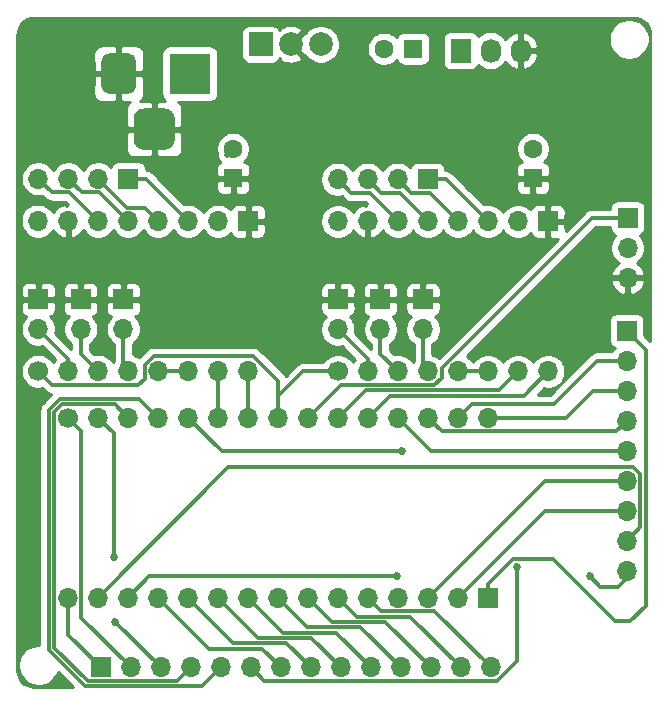
<source format=gbr>
%TF.GenerationSoftware,KiCad,Pcbnew,(5.1.6-0-10_14)*%
%TF.CreationDate,2020-05-27T15:33:41+01:00*%
%TF.ProjectId,Plotyx,506c6f74-7978-42e6-9b69-6361645f7063,rev?*%
%TF.SameCoordinates,Original*%
%TF.FileFunction,Copper,L1,Top*%
%TF.FilePolarity,Positive*%
%FSLAX46Y46*%
G04 Gerber Fmt 4.6, Leading zero omitted, Abs format (unit mm)*
G04 Created by KiCad (PCBNEW (5.1.6-0-10_14)) date 2020-05-27 15:33:41*
%MOMM*%
%LPD*%
G01*
G04 APERTURE LIST*
%TA.AperFunction,ComponentPad*%
%ADD10O,1.700000X1.700000*%
%TD*%
%TA.AperFunction,ComponentPad*%
%ADD11R,1.700000X1.700000*%
%TD*%
%TA.AperFunction,ComponentPad*%
%ADD12C,1.700000*%
%TD*%
%TA.AperFunction,ComponentPad*%
%ADD13R,3.500000X3.500000*%
%TD*%
%TA.AperFunction,ComponentPad*%
%ADD14C,1.600000*%
%TD*%
%TA.AperFunction,ComponentPad*%
%ADD15R,1.600000X1.600000*%
%TD*%
%TA.AperFunction,ComponentPad*%
%ADD16R,2.000000X2.000000*%
%TD*%
%TA.AperFunction,ComponentPad*%
%ADD17C,2.000000*%
%TD*%
%TA.AperFunction,ComponentPad*%
%ADD18R,1.730000X2.030000*%
%TD*%
%TA.AperFunction,ComponentPad*%
%ADD19O,1.730000X2.030000*%
%TD*%
%TA.AperFunction,ViaPad*%
%ADD20C,0.685800*%
%TD*%
%TA.AperFunction,Conductor*%
%ADD21C,0.300000*%
%TD*%
%TA.AperFunction,Conductor*%
%ADD22C,0.250000*%
%TD*%
%TA.AperFunction,Conductor*%
%ADD23C,0.400000*%
%TD*%
%TA.AperFunction,Conductor*%
%ADD24C,0.500000*%
%TD*%
%TA.AperFunction,Conductor*%
%ADD25C,0.254000*%
%TD*%
G04 APERTURE END LIST*
D10*
%TO.P,J18,9*%
%TO.N,Net-(J10-Pad13)*%
X164250000Y-118445000D03*
%TO.P,J18,8*%
%TO.N,Net-(J10-Pad14)*%
X164250000Y-115905000D03*
%TO.P,J18,7*%
%TO.N,Net-(J10-Pad2)*%
X164250000Y-113365000D03*
%TO.P,J18,6*%
%TO.N,Net-(J10-Pad3)*%
X164250000Y-110825000D03*
%TO.P,J18,5*%
%TO.N,Net-(J18-Pad5)*%
X164250000Y-108285000D03*
%TO.P,J18,4*%
%TO.N,Net-(J18-Pad4)*%
X164250000Y-105745000D03*
%TO.P,J18,3*%
%TO.N,Net-(J18-Pad3)*%
X164250000Y-103205000D03*
%TO.P,J18,2*%
%TO.N,Net-(J18-Pad2)*%
X164250000Y-100665000D03*
D11*
%TO.P,J18,1*%
%TO.N,Net-(J10-Pad1)*%
X164250000Y-98125000D03*
%TD*%
%TO.P,J6,1*%
%TO.N,GND*%
X118020000Y-95470000D03*
D10*
%TO.P,J6,2*%
%TO.N,Net-(J3-Pad3)*%
X118020000Y-98010000D03*
%TD*%
D11*
%TO.P,J2,1*%
%TO.N,GND*%
X132200000Y-88870000D03*
D10*
%TO.P,J2,2*%
%TO.N,VDD*%
X129660000Y-88870000D03*
%TO.P,J2,3*%
%TO.N,Net-(J11-Pad1)*%
X127120000Y-88870000D03*
%TO.P,J2,4*%
%TO.N,Net-(J11-Pad2)*%
X124580000Y-88870000D03*
%TO.P,J2,5*%
%TO.N,Net-(J11-Pad3)*%
X122040000Y-88870000D03*
%TO.P,J2,6*%
%TO.N,Net-(J11-Pad4)*%
X119500000Y-88870000D03*
%TO.P,J2,7*%
%TO.N,GND*%
X116960000Y-88870000D03*
%TO.P,J2,8*%
%TO.N,12v*%
X114420000Y-88870000D03*
%TD*%
%TO.P,J8,15*%
%TO.N,Net-(J18-Pad3)*%
X152530000Y-105510000D03*
%TO.P,J8,14*%
%TO.N,Net-(J18-Pad2)*%
X149990000Y-105510000D03*
%TO.P,J8,13*%
%TO.N,Net-(J18-Pad4)*%
X147450000Y-105510000D03*
%TO.P,J8,12*%
%TO.N,Net-(J18-Pad5)*%
X144910000Y-105510000D03*
%TO.P,J8,11*%
%TO.N,Net-(J13-Pad8)*%
X142370000Y-105510000D03*
%TO.P,J8,10*%
%TO.N,Net-(J13-Pad7)*%
X139830000Y-105510000D03*
%TO.P,J8,9*%
%TO.N,Net-(J8-Pad9)*%
X137290000Y-105510000D03*
%TO.P,J8,8*%
%TO.N,Net-(J13-Pad1)*%
X134750000Y-105510000D03*
%TO.P,J8,7*%
%TO.N,Net-(J3-Pad8)*%
X132210000Y-105510000D03*
%TO.P,J8,6*%
%TO.N,Net-(J3-Pad7)*%
X129670000Y-105510000D03*
%TO.P,J8,5*%
%TO.N,Net-(J17-Pad6)*%
X127130000Y-105510000D03*
%TO.P,J8,4*%
%TO.N,Net-(J17-Pad5)*%
X124590000Y-105510000D03*
%TO.P,J8,3*%
%TO.N,Net-(J17-Pad4)*%
X122050000Y-105510000D03*
%TO.P,J8,2*%
%TO.N,Net-(J17-Pad3)*%
X119510000Y-105510000D03*
D12*
%TO.P,J8,1*%
%TO.N,Net-(J17-Pad2)*%
X116970000Y-105510000D03*
%TD*%
D10*
%TO.P,J3,8*%
%TO.N,Net-(J3-Pad8)*%
X132200000Y-101570000D03*
%TO.P,J3,7*%
%TO.N,Net-(J3-Pad7)*%
X129660000Y-101570000D03*
%TO.P,J3,6*%
%TO.N,Net-(J3-Pad5)*%
X127120000Y-101570000D03*
%TO.P,J3,5*%
X124580000Y-101570000D03*
%TO.P,J3,4*%
%TO.N,Net-(J3-Pad4)*%
X122040000Y-101570000D03*
%TO.P,J3,3*%
%TO.N,Net-(J3-Pad3)*%
X119500000Y-101570000D03*
%TO.P,J3,2*%
%TO.N,Net-(J3-Pad2)*%
X116960000Y-101570000D03*
D12*
%TO.P,J3,1*%
%TO.N,Net-(J13-Pad1)*%
X114420000Y-101570000D03*
%TD*%
D10*
%TO.P,J13,8*%
%TO.N,Net-(J13-Pad8)*%
X157580000Y-101580000D03*
%TO.P,J13,7*%
%TO.N,Net-(J13-Pad7)*%
X155040000Y-101580000D03*
%TO.P,J13,6*%
%TO.N,Net-(J13-Pad5)*%
X152500000Y-101580000D03*
%TO.P,J13,5*%
X149960000Y-101580000D03*
%TO.P,J13,4*%
%TO.N,Net-(J13-Pad4)*%
X147420000Y-101580000D03*
%TO.P,J13,3*%
%TO.N,Net-(J13-Pad3)*%
X144880000Y-101580000D03*
%TO.P,J13,2*%
%TO.N,Net-(J13-Pad2)*%
X142340000Y-101580000D03*
D12*
%TO.P,J13,1*%
%TO.N,Net-(J13-Pad1)*%
X139800000Y-101580000D03*
%TD*%
D13*
%TO.P,J1,1*%
%TO.N,12v*%
X127240000Y-76370000D03*
%TO.P,J1,2*%
%TO.N,GND*%
%TA.AperFunction,ComponentPad*%
G36*
G01*
X119740000Y-77370000D02*
X119740000Y-75370000D01*
G75*
G02*
X120490000Y-74620000I750000J0D01*
G01*
X121990000Y-74620000D01*
G75*
G02*
X122740000Y-75370000I0J-750000D01*
G01*
X122740000Y-77370000D01*
G75*
G02*
X121990000Y-78120000I-750000J0D01*
G01*
X120490000Y-78120000D01*
G75*
G02*
X119740000Y-77370000I0J750000D01*
G01*
G37*
%TD.AperFunction*%
%TO.P,J1,3*%
%TA.AperFunction,ComponentPad*%
G36*
G01*
X122490000Y-81945000D02*
X122490000Y-80195000D01*
G75*
G02*
X123365000Y-79320000I875000J0D01*
G01*
X125115000Y-79320000D01*
G75*
G02*
X125990000Y-80195000I0J-875000D01*
G01*
X125990000Y-81945000D01*
G75*
G02*
X125115000Y-82820000I-875000J0D01*
G01*
X123365000Y-82820000D01*
G75*
G02*
X122490000Y-81945000I0J875000D01*
G01*
G37*
%TD.AperFunction*%
%TD*%
D14*
%TO.P,C3,2*%
%TO.N,Net-(C3-Pad2)*%
X143675000Y-74250000D03*
D15*
%TO.P,C3,1*%
%TO.N,5v*%
X146175000Y-74250000D03*
%TD*%
D14*
%TO.P,C2,2*%
%TO.N,12v*%
X156310000Y-82730000D03*
D15*
%TO.P,C2,1*%
%TO.N,GND*%
X156310000Y-85230000D03*
%TD*%
D14*
%TO.P,C1,2*%
%TO.N,12v*%
X130930000Y-82730000D03*
D15*
%TO.P,C1,1*%
%TO.N,GND*%
X130930000Y-85230000D03*
%TD*%
D11*
%TO.P,J4,1*%
%TO.N,Net-(J12-Pad3)*%
X147390000Y-85320000D03*
D10*
%TO.P,J4,2*%
%TO.N,Net-(J12-Pad4)*%
X144850000Y-85320000D03*
%TO.P,J4,3*%
%TO.N,Net-(J12-Pad5)*%
X142310000Y-85320000D03*
%TO.P,J4,4*%
%TO.N,Net-(J12-Pad6)*%
X139770000Y-85320000D03*
%TD*%
D11*
%TO.P,J9,1*%
%TO.N,Net-(J8-Pad9)*%
X164318780Y-88578180D03*
D10*
%TO.P,J9,2*%
%TO.N,5v*%
X164318780Y-91118180D03*
%TO.P,J9,3*%
%TO.N,GND*%
X164318780Y-93658180D03*
%TD*%
D11*
%TO.P,J10,1*%
%TO.N,Net-(J10-Pad1)*%
X152480000Y-120730000D03*
D10*
%TO.P,J10,2*%
%TO.N,Net-(J10-Pad2)*%
X149940000Y-120730000D03*
%TO.P,J10,3*%
%TO.N,Net-(J10-Pad3)*%
X147400000Y-120730000D03*
%TO.P,J10,4*%
%TO.N,VDD*%
X144860000Y-120730000D03*
%TO.P,J10,5*%
%TO.N,Net-(J10-Pad5)*%
X142320000Y-120730000D03*
%TO.P,J10,6*%
%TO.N,Net-(J10-Pad6)*%
X139780000Y-120730000D03*
%TO.P,J10,7*%
%TO.N,Net-(J10-Pad7)*%
X137240000Y-120730000D03*
%TO.P,J10,8*%
%TO.N,Net-(J10-Pad8)*%
X134700000Y-120730000D03*
%TO.P,J10,9*%
%TO.N,Net-(J10-Pad9)*%
X132160000Y-120730000D03*
%TO.P,J10,10*%
%TO.N,Net-(J10-Pad10)*%
X129620000Y-120730000D03*
%TO.P,J10,11*%
%TO.N,Net-(J10-Pad11)*%
X127080000Y-120730000D03*
%TO.P,J10,12*%
%TO.N,Net-(J10-Pad12)*%
X124540000Y-120730000D03*
%TO.P,J10,13*%
%TO.N,Net-(J10-Pad13)*%
X122000000Y-120730000D03*
%TO.P,J10,14*%
%TO.N,Net-(J10-Pad14)*%
X119460000Y-120730000D03*
%TO.P,J10,15*%
%TO.N,Net-(J10-Pad15)*%
X116920000Y-120730000D03*
%TD*%
%TO.P,J11,4*%
%TO.N,Net-(J11-Pad4)*%
X114430000Y-85270000D03*
%TO.P,J11,3*%
%TO.N,Net-(J11-Pad3)*%
X116970000Y-85270000D03*
%TO.P,J11,2*%
%TO.N,Net-(J11-Pad2)*%
X119510000Y-85270000D03*
D11*
%TO.P,J11,1*%
%TO.N,Net-(J11-Pad1)*%
X122050000Y-85270000D03*
%TD*%
%TO.P,J12,1*%
%TO.N,GND*%
X157580000Y-88880000D03*
D10*
%TO.P,J12,2*%
%TO.N,VDD*%
X155040000Y-88880000D03*
%TO.P,J12,3*%
%TO.N,Net-(J12-Pad3)*%
X152500000Y-88880000D03*
%TO.P,J12,4*%
%TO.N,Net-(J12-Pad4)*%
X149960000Y-88880000D03*
%TO.P,J12,5*%
%TO.N,Net-(J12-Pad5)*%
X147420000Y-88880000D03*
%TO.P,J12,6*%
%TO.N,Net-(J12-Pad6)*%
X144880000Y-88880000D03*
%TO.P,J12,7*%
%TO.N,GND*%
X142340000Y-88880000D03*
%TO.P,J12,8*%
%TO.N,12v*%
X139800000Y-88880000D03*
%TD*%
D11*
%TO.P,J5,1*%
%TO.N,GND*%
X114420000Y-95470000D03*
D10*
%TO.P,J5,2*%
%TO.N,Net-(J3-Pad2)*%
X114420000Y-98010000D03*
%TD*%
%TO.P,J7,2*%
%TO.N,Net-(J3-Pad4)*%
X121620000Y-98010000D03*
D11*
%TO.P,J7,1*%
%TO.N,GND*%
X121620000Y-95470000D03*
%TD*%
%TO.P,J14,1*%
%TO.N,GND*%
X139800000Y-95480000D03*
D10*
%TO.P,J14,2*%
%TO.N,Net-(J13-Pad2)*%
X139800000Y-98020000D03*
%TD*%
D11*
%TO.P,J15,1*%
%TO.N,GND*%
X143400000Y-95480000D03*
D10*
%TO.P,J15,2*%
%TO.N,Net-(J13-Pad3)*%
X143400000Y-98020000D03*
%TD*%
%TO.P,J16,2*%
%TO.N,Net-(J13-Pad4)*%
X147000000Y-98020000D03*
D11*
%TO.P,J16,1*%
%TO.N,GND*%
X147000000Y-95480000D03*
%TD*%
D16*
%TO.P,U1,1*%
%TO.N,12v*%
X133255000Y-73890000D03*
D17*
%TO.P,U1,2*%
%TO.N,GND*%
X135795000Y-73890000D03*
%TO.P,U1,3*%
%TO.N,Net-(C3-Pad2)*%
X138335000Y-73890000D03*
%TD*%
D11*
%TO.P,J17,1*%
%TO.N,Net-(J10-Pad15)*%
X119700000Y-126650000D03*
D10*
%TO.P,J17,2*%
%TO.N,Net-(J17-Pad2)*%
X122240000Y-126650000D03*
%TO.P,J17,3*%
%TO.N,Net-(J17-Pad3)*%
X124780000Y-126650000D03*
%TO.P,J17,4*%
%TO.N,Net-(J17-Pad4)*%
X127320000Y-126650000D03*
%TO.P,J17,5*%
%TO.N,Net-(J17-Pad5)*%
X129860000Y-126650000D03*
%TO.P,J17,6*%
%TO.N,Net-(J17-Pad6)*%
X132400000Y-126650000D03*
%TO.P,J17,7*%
%TO.N,Net-(J10-Pad12)*%
X134940000Y-126650000D03*
%TO.P,J17,8*%
%TO.N,Net-(J10-Pad11)*%
X137480000Y-126650000D03*
%TO.P,J17,9*%
%TO.N,Net-(J10-Pad10)*%
X140020000Y-126650000D03*
%TO.P,J17,10*%
%TO.N,Net-(J10-Pad9)*%
X142560000Y-126650000D03*
%TO.P,J17,11*%
%TO.N,Net-(J10-Pad8)*%
X145100000Y-126650000D03*
%TO.P,J17,12*%
%TO.N,Net-(J10-Pad7)*%
X147640000Y-126650000D03*
%TO.P,J17,13*%
%TO.N,Net-(J10-Pad6)*%
X150180000Y-126650000D03*
%TO.P,J17,14*%
%TO.N,Net-(J10-Pad5)*%
X152720000Y-126650000D03*
%TD*%
D18*
%TO.P,M1,1*%
%TO.N,Net-(M1-Pad1)*%
X150180000Y-74420000D03*
D19*
%TO.P,M1,2*%
%TO.N,5v*%
X152720000Y-74420000D03*
%TO.P,M1,3*%
%TO.N,GND*%
X155260000Y-74420000D03*
%TD*%
D20*
%TO.N,Net-(J10-Pad13)*%
X144800000Y-118900000D03*
X161100000Y-118900000D03*
%TO.N,Net-(J17-Pad6)*%
X155000000Y-118120000D03*
X145240000Y-108360000D03*
%TO.N,Net-(J17-Pad3)*%
X120940000Y-122770000D03*
X120810000Y-117290000D03*
%TD*%
D21*
%TO.N,Net-(J3-Pad8)*%
X132200000Y-105500000D02*
X132210000Y-105510000D01*
X132200000Y-101570000D02*
X132200000Y-105500000D01*
%TO.N,Net-(J3-Pad7)*%
X129660000Y-105500000D02*
X129670000Y-105510000D01*
X129660000Y-101570000D02*
X129660000Y-105500000D01*
%TO.N,Net-(J3-Pad5)*%
X124580000Y-101570000D02*
X127120000Y-101570000D01*
%TO.N,Net-(J3-Pad4)*%
X121620000Y-101150000D02*
X122040000Y-101570000D01*
X121620000Y-98010000D02*
X121620000Y-101150000D01*
%TO.N,Net-(J3-Pad3)*%
X118020000Y-100090000D02*
X119500000Y-101570000D01*
X118020000Y-98010000D02*
X118020000Y-100090000D01*
%TO.N,Net-(J3-Pad2)*%
X116960000Y-100550000D02*
X116960000Y-101570000D01*
X114420000Y-98010000D02*
X116960000Y-100550000D01*
%TO.N,Net-(J13-Pad1)*%
X115572401Y-102722401D02*
X122897599Y-102722401D01*
X114420000Y-101570000D02*
X115572401Y-102722401D01*
X123427599Y-101016847D02*
X124184446Y-100260000D01*
X123427599Y-102192401D02*
X123427599Y-101016847D01*
X122897599Y-102722401D02*
X123427599Y-102192401D01*
X132595554Y-100260000D02*
X134750000Y-102414446D01*
X124184446Y-100260000D02*
X132595554Y-100260000D01*
X136830000Y-101580000D02*
X134750000Y-103660000D01*
X139800000Y-101580000D02*
X136830000Y-101580000D01*
X134750000Y-103660000D02*
X134750000Y-105510000D01*
X134750000Y-102414446D02*
X134750000Y-103660000D01*
%TO.N,Net-(J13-Pad7)*%
X142155189Y-103184811D02*
X153435189Y-103184811D01*
X153435189Y-103184811D02*
X155040000Y-101580000D01*
X139830000Y-105510000D02*
X142155189Y-103184811D01*
D22*
%TO.N,Net-(J13-Pad8)*%
X157580000Y-102139002D02*
X157580000Y-101580000D01*
D21*
X155522780Y-103637220D02*
X157580000Y-101580000D01*
X144242780Y-103637220D02*
X155522780Y-103637220D01*
X142370000Y-105510000D02*
X144242780Y-103637220D01*
%TO.N,Net-(J8-Pad9)*%
X148572401Y-102133153D02*
X147973153Y-102732401D01*
X148572401Y-101297599D02*
X148572401Y-102133153D01*
X161291820Y-88578180D02*
X148572401Y-101297599D01*
X164318780Y-88578180D02*
X161291820Y-88578180D01*
X140067599Y-102732401D02*
X137290000Y-105510000D01*
X147973153Y-102732401D02*
X140067599Y-102732401D01*
%TO.N,Net-(J10-Pad15)*%
X116920000Y-123870000D02*
X119700000Y-126650000D01*
X116920000Y-120730000D02*
X116920000Y-123870000D01*
%TO.N,Net-(J10-Pad14)*%
X119460000Y-120730000D02*
X130517401Y-109672599D01*
X130517401Y-109672599D02*
X164803153Y-109672599D01*
X164803153Y-109672599D02*
X165402401Y-110271847D01*
X165402401Y-110271847D02*
X165402401Y-114752599D01*
X165402401Y-114752599D02*
X164569902Y-115585098D01*
%TO.N,Net-(J10-Pad13)*%
X122000000Y-120730000D02*
X123830000Y-118900000D01*
X123830000Y-118900000D02*
X144800000Y-118900000D01*
X161100000Y-118900000D02*
X162000000Y-119800000D01*
X163534804Y-119800000D02*
X164569902Y-118764902D01*
X162000000Y-119800000D02*
X163534804Y-119800000D01*
%TO.N,Net-(J10-Pad12)*%
X128859271Y-125049271D02*
X133339271Y-125049271D01*
X133339271Y-125049271D02*
X134940000Y-126650000D01*
X124540000Y-120730000D02*
X128859271Y-125049271D01*
%TO.N,Net-(J10-Pad11)*%
X135426861Y-124596861D02*
X137480000Y-126650000D01*
X130946861Y-124596861D02*
X135426861Y-124596861D01*
X127080000Y-120730000D02*
X130946861Y-124596861D01*
%TO.N,Net-(J10-Pad10)*%
X137514451Y-124144451D02*
X140020000Y-126650000D01*
X133034451Y-124144451D02*
X137514451Y-124144451D01*
X129620000Y-120730000D02*
X133034451Y-124144451D01*
%TO.N,Net-(J10-Pad9)*%
X139602041Y-123692041D02*
X142560000Y-126650000D01*
X135122041Y-123692041D02*
X139602041Y-123692041D01*
X132160000Y-120730000D02*
X135122041Y-123692041D01*
%TO.N,Net-(J10-Pad8)*%
X137209631Y-123239631D02*
X141689631Y-123239631D01*
X141689631Y-123239631D02*
X145100000Y-126650000D01*
X134700000Y-120730000D02*
X137209631Y-123239631D01*
%TO.N,Net-(J10-Pad7)*%
X143777221Y-122787221D02*
X147640000Y-126650000D01*
X139297221Y-122787221D02*
X143777221Y-122787221D01*
X137240000Y-120730000D02*
X139297221Y-122787221D01*
%TO.N,Net-(J10-Pad6)*%
X145864811Y-122334811D02*
X150180000Y-126650000D01*
X141384811Y-122334811D02*
X145864811Y-122334811D01*
X139780000Y-120730000D02*
X141384811Y-122334811D01*
%TO.N,Net-(J10-Pad5)*%
X147952401Y-121882401D02*
X152720000Y-126650000D01*
X143472401Y-121882401D02*
X147952401Y-121882401D01*
X142320000Y-120730000D02*
X143472401Y-121882401D01*
%TO.N,Net-(J10-Pad3)*%
X157305000Y-110825000D02*
X164250000Y-110825000D01*
X147400000Y-120730000D02*
X157305000Y-110825000D01*
%TO.N,Net-(J10-Pad1)*%
X154585301Y-117474699D02*
X157994699Y-117474699D01*
X152480000Y-119580000D02*
X154585301Y-117474699D01*
X152480000Y-120730000D02*
X152480000Y-119580000D01*
X157994699Y-117474699D02*
X163270000Y-122750000D01*
X163270000Y-122750000D02*
X164550000Y-122750000D01*
X165854811Y-99729811D02*
X164250000Y-98125000D01*
X165854811Y-121445189D02*
X165854811Y-99729811D01*
X164550000Y-122750000D02*
X165854811Y-121445189D01*
%TO.N,Net-(J11-Pad3)*%
X119592401Y-86422401D02*
X122040000Y-88870000D01*
X118122401Y-86422401D02*
X119592401Y-86422401D01*
X116970000Y-85270000D02*
X118122401Y-86422401D01*
%TO.N,Net-(J11-Pad2)*%
X123427599Y-87717599D02*
X124580000Y-88870000D01*
X121957599Y-87717599D02*
X123427599Y-87717599D01*
X119510000Y-85270000D02*
X121957599Y-87717599D01*
%TO.N,Net-(J11-Pad1)*%
X123520000Y-85270000D02*
X127120000Y-88870000D01*
X122050000Y-85270000D02*
X123520000Y-85270000D01*
%TO.N,Net-(J11-Pad4)*%
X117052401Y-86422401D02*
X119500000Y-88870000D01*
X115582401Y-86422401D02*
X117052401Y-86422401D01*
X114430000Y-85270000D02*
X115582401Y-86422401D01*
%TO.N,Net-(J13-Pad5)*%
X149960000Y-101580000D02*
X152500000Y-101580000D01*
%TO.N,Net-(J13-Pad4)*%
X147000000Y-101160000D02*
X147420000Y-101580000D01*
X147000000Y-98020000D02*
X147000000Y-101160000D01*
%TO.N,Net-(J13-Pad3)*%
X143400000Y-100100000D02*
X144880000Y-101580000D01*
X143400000Y-98020000D02*
X143400000Y-100100000D01*
%TO.N,Net-(J13-Pad2)*%
X142340000Y-100560000D02*
X142340000Y-101580000D01*
X139800000Y-98020000D02*
X142340000Y-100560000D01*
D23*
%TO.N,12v*%
X139740000Y-88820000D02*
X139800000Y-88880000D01*
X113910000Y-88360000D02*
X114420000Y-88870000D01*
D24*
X130930000Y-82730000D02*
X130437590Y-83222410D01*
X130775000Y-82575000D02*
X130930000Y-82730000D01*
%TO.N,Net-(C3-Pad2)*%
X143315000Y-73890000D02*
X143675000Y-74250000D01*
D21*
%TO.N,5v*%
X152720000Y-74420000D02*
X152720000Y-74460000D01*
X152720000Y-74420000D02*
X152720000Y-74530000D01*
%TO.N,Net-(J12-Pad3)*%
X148940000Y-85320000D02*
X152500000Y-88880000D01*
X147390000Y-85320000D02*
X148940000Y-85320000D01*
%TO.N,Net-(J12-Pad4)*%
X147552401Y-86472401D02*
X149960000Y-88880000D01*
X146002401Y-86472401D02*
X147552401Y-86472401D01*
X144850000Y-85320000D02*
X146002401Y-86472401D01*
%TO.N,Net-(J12-Pad5)*%
X145012401Y-86472401D02*
X147420000Y-88880000D01*
X143462401Y-86472401D02*
X145012401Y-86472401D01*
X142310000Y-85320000D02*
X143462401Y-86472401D01*
%TO.N,Net-(J12-Pad6)*%
X142472401Y-86472401D02*
X144880000Y-88880000D01*
X140922401Y-86472401D02*
X142472401Y-86472401D01*
X139770000Y-85320000D02*
X140922401Y-86472401D01*
%TO.N,Net-(J18-Pad3)*%
X152530000Y-105510000D02*
X159120000Y-105510000D01*
X161425000Y-103205000D02*
X164250000Y-103205000D01*
X159120000Y-105510000D02*
X161425000Y-103205000D01*
%TO.N,Net-(J18-Pad4)*%
X163332599Y-106662401D02*
X164250000Y-105745000D01*
X148602401Y-106662401D02*
X163332599Y-106662401D01*
X147450000Y-105510000D02*
X148602401Y-106662401D01*
%TO.N,Net-(J17-Pad6)*%
X153273153Y-127802401D02*
X155000000Y-126075554D01*
X155000000Y-126075554D02*
X155000000Y-118120000D01*
X133552401Y-127802401D02*
X153273153Y-127802401D01*
X132400000Y-126650000D02*
X133552401Y-127802401D01*
X129980000Y-108360000D02*
X127130000Y-105510000D01*
X145240000Y-108360000D02*
X129980000Y-108360000D01*
%TO.N,Net-(J17-Pad5)*%
X122985189Y-103905189D02*
X124590000Y-105510000D01*
X116229453Y-103905189D02*
X122985189Y-103905189D01*
X115315190Y-104819452D02*
X116229453Y-103905189D01*
X115315189Y-125149315D02*
X115315190Y-104819452D01*
X118420684Y-128254810D02*
X115315189Y-125149315D01*
X128255190Y-128254810D02*
X118420684Y-128254810D01*
X129860000Y-126650000D02*
X128255190Y-128254810D01*
%TO.N,Net-(J17-Pad4)*%
X120897599Y-104357599D02*
X122050000Y-105510000D01*
X116416847Y-104357599D02*
X120897599Y-104357599D01*
X115767599Y-105006847D02*
X116416847Y-104357599D01*
X115767599Y-124961921D02*
X115767599Y-105006847D01*
X118608079Y-127802401D02*
X115767599Y-124961921D01*
X126167599Y-127802401D02*
X118608079Y-127802401D01*
X127320000Y-126650000D02*
X126167599Y-127802401D01*
%TO.N,Net-(J17-Pad3)*%
X120940000Y-122810000D02*
X120940000Y-122770000D01*
X124780000Y-126650000D02*
X120940000Y-122810000D01*
X120810000Y-106810000D02*
X119510000Y-105510000D01*
X120810000Y-117290000D02*
X120810000Y-106810000D01*
%TO.N,Net-(J17-Pad2)*%
X118072401Y-106612401D02*
X116970000Y-105510000D01*
X118072401Y-122482401D02*
X118072401Y-106612401D01*
X122240000Y-126650000D02*
X118072401Y-122482401D01*
%TO.N,Net-(J10-Pad2)*%
X150235678Y-120730000D02*
X149940000Y-120730000D01*
X157305000Y-113365000D02*
X164250000Y-113365000D01*
X149940000Y-120730000D02*
X157305000Y-113365000D01*
%TO.N,Net-(J18-Pad2)*%
X151142401Y-104357599D02*
X158062401Y-104357599D01*
X149990000Y-105510000D02*
X151142401Y-104357599D01*
X161755000Y-100665000D02*
X164250000Y-100665000D01*
X158062401Y-104357599D02*
X161755000Y-100665000D01*
%TO.N,Net-(J18-Pad5)*%
X147685000Y-108285000D02*
X164250000Y-108285000D01*
X144910000Y-105510000D02*
X147685000Y-108285000D01*
%TD*%
D25*
%TO.N,GND*%
G36*
X165159659Y-71688625D02*
G01*
X165409429Y-71764035D01*
X165639792Y-71886522D01*
X165841980Y-72051422D01*
X166008286Y-72252450D01*
X166132378Y-72481954D01*
X166209531Y-72731195D01*
X166240000Y-73021088D01*
X166240000Y-99004843D01*
X165738072Y-98502914D01*
X165738072Y-97275000D01*
X165725812Y-97150518D01*
X165689502Y-97030820D01*
X165630537Y-96920506D01*
X165551185Y-96823815D01*
X165454494Y-96744463D01*
X165344180Y-96685498D01*
X165224482Y-96649188D01*
X165100000Y-96636928D01*
X163400000Y-96636928D01*
X163275518Y-96649188D01*
X163155820Y-96685498D01*
X163045506Y-96744463D01*
X162948815Y-96823815D01*
X162869463Y-96920506D01*
X162810498Y-97030820D01*
X162774188Y-97150518D01*
X162761928Y-97275000D01*
X162761928Y-98975000D01*
X162774188Y-99099482D01*
X162810498Y-99219180D01*
X162869463Y-99329494D01*
X162948815Y-99426185D01*
X163045506Y-99505537D01*
X163155820Y-99564502D01*
X163228380Y-99586513D01*
X163096525Y-99718368D01*
X162988526Y-99880000D01*
X161793556Y-99880000D01*
X161755000Y-99876203D01*
X161716444Y-99880000D01*
X161716439Y-99880000D01*
X161678904Y-99883697D01*
X161601113Y-99891358D01*
X161453575Y-99936114D01*
X161453140Y-99936246D01*
X161316767Y-100009138D01*
X161197236Y-100107236D01*
X161172653Y-100137190D01*
X157737244Y-103572599D01*
X156697558Y-103572599D01*
X157243082Y-103027075D01*
X157433740Y-103065000D01*
X157726260Y-103065000D01*
X158013158Y-103007932D01*
X158283411Y-102895990D01*
X158526632Y-102733475D01*
X158733475Y-102526632D01*
X158895990Y-102283411D01*
X159007932Y-102013158D01*
X159065000Y-101726260D01*
X159065000Y-101433740D01*
X159007932Y-101146842D01*
X158895990Y-100876589D01*
X158733475Y-100633368D01*
X158526632Y-100426525D01*
X158283411Y-100264010D01*
X158013158Y-100152068D01*
X157726260Y-100095000D01*
X157433740Y-100095000D01*
X157146842Y-100152068D01*
X156876589Y-100264010D01*
X156633368Y-100426525D01*
X156426525Y-100633368D01*
X156310000Y-100807760D01*
X156193475Y-100633368D01*
X155986632Y-100426525D01*
X155743411Y-100264010D01*
X155473158Y-100152068D01*
X155186260Y-100095000D01*
X154893740Y-100095000D01*
X154606842Y-100152068D01*
X154336589Y-100264010D01*
X154093368Y-100426525D01*
X153886525Y-100633368D01*
X153770000Y-100807760D01*
X153653475Y-100633368D01*
X153446632Y-100426525D01*
X153203411Y-100264010D01*
X152933158Y-100152068D01*
X152646260Y-100095000D01*
X152353740Y-100095000D01*
X152066842Y-100152068D01*
X151796589Y-100264010D01*
X151553368Y-100426525D01*
X151346525Y-100633368D01*
X151238526Y-100795000D01*
X151221474Y-100795000D01*
X151113475Y-100633368D01*
X150906632Y-100426525D01*
X150695024Y-100285133D01*
X156965087Y-94015070D01*
X162877304Y-94015070D01*
X162921955Y-94162279D01*
X163047139Y-94425100D01*
X163221192Y-94658449D01*
X163437425Y-94853358D01*
X163687528Y-95002337D01*
X163961889Y-95099661D01*
X164191780Y-94978994D01*
X164191780Y-93785180D01*
X164445780Y-93785180D01*
X164445780Y-94978994D01*
X164675671Y-95099661D01*
X164950032Y-95002337D01*
X165200135Y-94853358D01*
X165416368Y-94658449D01*
X165590421Y-94425100D01*
X165715605Y-94162279D01*
X165760256Y-94015070D01*
X165638935Y-93785180D01*
X164445780Y-93785180D01*
X164191780Y-93785180D01*
X162998625Y-93785180D01*
X162877304Y-94015070D01*
X156965087Y-94015070D01*
X161616977Y-89363180D01*
X162830708Y-89363180D01*
X162830708Y-89428180D01*
X162842968Y-89552662D01*
X162879278Y-89672360D01*
X162938243Y-89782674D01*
X163017595Y-89879365D01*
X163114286Y-89958717D01*
X163224600Y-90017682D01*
X163297160Y-90039693D01*
X163165305Y-90171548D01*
X163002790Y-90414769D01*
X162890848Y-90685022D01*
X162833780Y-90971920D01*
X162833780Y-91264440D01*
X162890848Y-91551338D01*
X163002790Y-91821591D01*
X163165305Y-92064812D01*
X163372148Y-92271655D01*
X163554314Y-92393375D01*
X163437425Y-92463002D01*
X163221192Y-92657911D01*
X163047139Y-92891260D01*
X162921955Y-93154081D01*
X162877304Y-93301290D01*
X162998625Y-93531180D01*
X164191780Y-93531180D01*
X164191780Y-93511180D01*
X164445780Y-93511180D01*
X164445780Y-93531180D01*
X165638935Y-93531180D01*
X165760256Y-93301290D01*
X165715605Y-93154081D01*
X165590421Y-92891260D01*
X165416368Y-92657911D01*
X165200135Y-92463002D01*
X165083246Y-92393375D01*
X165265412Y-92271655D01*
X165472255Y-92064812D01*
X165634770Y-91821591D01*
X165746712Y-91551338D01*
X165803780Y-91264440D01*
X165803780Y-90971920D01*
X165746712Y-90685022D01*
X165634770Y-90414769D01*
X165472255Y-90171548D01*
X165340400Y-90039693D01*
X165412960Y-90017682D01*
X165523274Y-89958717D01*
X165619965Y-89879365D01*
X165699317Y-89782674D01*
X165758282Y-89672360D01*
X165794592Y-89552662D01*
X165806852Y-89428180D01*
X165806852Y-87728180D01*
X165794592Y-87603698D01*
X165758282Y-87484000D01*
X165699317Y-87373686D01*
X165619965Y-87276995D01*
X165523274Y-87197643D01*
X165412960Y-87138678D01*
X165293262Y-87102368D01*
X165168780Y-87090108D01*
X163468780Y-87090108D01*
X163344298Y-87102368D01*
X163224600Y-87138678D01*
X163114286Y-87197643D01*
X163017595Y-87276995D01*
X162938243Y-87373686D01*
X162879278Y-87484000D01*
X162842968Y-87603698D01*
X162830708Y-87728180D01*
X162830708Y-87793180D01*
X161330376Y-87793180D01*
X161291820Y-87789383D01*
X161253264Y-87793180D01*
X161253259Y-87793180D01*
X161212846Y-87797160D01*
X161137933Y-87804538D01*
X160989960Y-87849426D01*
X160853587Y-87922318D01*
X160734056Y-88020416D01*
X160709473Y-88050370D01*
X159067865Y-89691978D01*
X159065000Y-89165750D01*
X158906250Y-89007000D01*
X157707000Y-89007000D01*
X157707000Y-90206250D01*
X157865750Y-90365000D01*
X158391978Y-90367865D01*
X148346662Y-100413181D01*
X148123411Y-100264010D01*
X147853158Y-100152068D01*
X147785000Y-100138510D01*
X147785000Y-99281474D01*
X147946632Y-99173475D01*
X148153475Y-98966632D01*
X148315990Y-98723411D01*
X148427932Y-98453158D01*
X148485000Y-98166260D01*
X148485000Y-97873740D01*
X148427932Y-97586842D01*
X148315990Y-97316589D01*
X148153475Y-97073368D01*
X148021620Y-96941513D01*
X148094180Y-96919502D01*
X148204494Y-96860537D01*
X148301185Y-96781185D01*
X148380537Y-96684494D01*
X148439502Y-96574180D01*
X148475812Y-96454482D01*
X148488072Y-96330000D01*
X148485000Y-95765750D01*
X148326250Y-95607000D01*
X147127000Y-95607000D01*
X147127000Y-95627000D01*
X146873000Y-95627000D01*
X146873000Y-95607000D01*
X145673750Y-95607000D01*
X145515000Y-95765750D01*
X145511928Y-96330000D01*
X145524188Y-96454482D01*
X145560498Y-96574180D01*
X145619463Y-96684494D01*
X145698815Y-96781185D01*
X145795506Y-96860537D01*
X145905820Y-96919502D01*
X145978380Y-96941513D01*
X145846525Y-97073368D01*
X145684010Y-97316589D01*
X145572068Y-97586842D01*
X145515000Y-97873740D01*
X145515000Y-98166260D01*
X145572068Y-98453158D01*
X145684010Y-98723411D01*
X145846525Y-98966632D01*
X146053368Y-99173475D01*
X146215000Y-99281474D01*
X146215001Y-100710479D01*
X146150000Y-100807760D01*
X146033475Y-100633368D01*
X145826632Y-100426525D01*
X145583411Y-100264010D01*
X145313158Y-100152068D01*
X145026260Y-100095000D01*
X144733740Y-100095000D01*
X144543082Y-100132925D01*
X144185000Y-99774843D01*
X144185000Y-99281474D01*
X144346632Y-99173475D01*
X144553475Y-98966632D01*
X144715990Y-98723411D01*
X144827932Y-98453158D01*
X144885000Y-98166260D01*
X144885000Y-97873740D01*
X144827932Y-97586842D01*
X144715990Y-97316589D01*
X144553475Y-97073368D01*
X144421620Y-96941513D01*
X144494180Y-96919502D01*
X144604494Y-96860537D01*
X144701185Y-96781185D01*
X144780537Y-96684494D01*
X144839502Y-96574180D01*
X144875812Y-96454482D01*
X144888072Y-96330000D01*
X144885000Y-95765750D01*
X144726250Y-95607000D01*
X143527000Y-95607000D01*
X143527000Y-95627000D01*
X143273000Y-95627000D01*
X143273000Y-95607000D01*
X142073750Y-95607000D01*
X141915000Y-95765750D01*
X141911928Y-96330000D01*
X141924188Y-96454482D01*
X141960498Y-96574180D01*
X142019463Y-96684494D01*
X142098815Y-96781185D01*
X142195506Y-96860537D01*
X142305820Y-96919502D01*
X142378380Y-96941513D01*
X142246525Y-97073368D01*
X142084010Y-97316589D01*
X141972068Y-97586842D01*
X141915000Y-97873740D01*
X141915000Y-98166260D01*
X141972068Y-98453158D01*
X142084010Y-98723411D01*
X142246525Y-98966632D01*
X142453368Y-99173475D01*
X142615001Y-99281474D01*
X142615001Y-99724843D01*
X141247075Y-98356918D01*
X141285000Y-98166260D01*
X141285000Y-97873740D01*
X141227932Y-97586842D01*
X141115990Y-97316589D01*
X140953475Y-97073368D01*
X140821620Y-96941513D01*
X140894180Y-96919502D01*
X141004494Y-96860537D01*
X141101185Y-96781185D01*
X141180537Y-96684494D01*
X141239502Y-96574180D01*
X141275812Y-96454482D01*
X141288072Y-96330000D01*
X141285000Y-95765750D01*
X141126250Y-95607000D01*
X139927000Y-95607000D01*
X139927000Y-95627000D01*
X139673000Y-95627000D01*
X139673000Y-95607000D01*
X138473750Y-95607000D01*
X138315000Y-95765750D01*
X138311928Y-96330000D01*
X138324188Y-96454482D01*
X138360498Y-96574180D01*
X138419463Y-96684494D01*
X138498815Y-96781185D01*
X138595506Y-96860537D01*
X138705820Y-96919502D01*
X138778380Y-96941513D01*
X138646525Y-97073368D01*
X138484010Y-97316589D01*
X138372068Y-97586842D01*
X138315000Y-97873740D01*
X138315000Y-98166260D01*
X138372068Y-98453158D01*
X138484010Y-98723411D01*
X138646525Y-98966632D01*
X138853368Y-99173475D01*
X139096589Y-99335990D01*
X139366842Y-99447932D01*
X139653740Y-99505000D01*
X139946260Y-99505000D01*
X140136918Y-99467075D01*
X141244868Y-100575025D01*
X141186525Y-100633368D01*
X141070000Y-100807760D01*
X140953475Y-100633368D01*
X140746632Y-100426525D01*
X140503411Y-100264010D01*
X140233158Y-100152068D01*
X139946260Y-100095000D01*
X139653740Y-100095000D01*
X139366842Y-100152068D01*
X139096589Y-100264010D01*
X138853368Y-100426525D01*
X138646525Y-100633368D01*
X138538526Y-100795000D01*
X136868552Y-100795000D01*
X136829999Y-100791203D01*
X136791446Y-100795000D01*
X136791439Y-100795000D01*
X136690490Y-100804943D01*
X136676112Y-100806359D01*
X136643266Y-100816323D01*
X136528140Y-100851246D01*
X136391767Y-100924138D01*
X136339711Y-100966860D01*
X136302187Y-100997655D01*
X136302184Y-100997658D01*
X136272236Y-101022236D01*
X136247658Y-101052184D01*
X135368795Y-101931047D01*
X135307764Y-101856682D01*
X135277811Y-101832100D01*
X133177901Y-99732190D01*
X133153318Y-99702236D01*
X133033787Y-99604138D01*
X132897414Y-99531246D01*
X132749441Y-99486359D01*
X132634115Y-99475000D01*
X132634107Y-99475000D01*
X132595554Y-99471203D01*
X132557001Y-99475000D01*
X124222998Y-99475000D01*
X124184445Y-99471203D01*
X124145892Y-99475000D01*
X124145885Y-99475000D01*
X124044936Y-99484943D01*
X124030558Y-99486359D01*
X124002073Y-99495000D01*
X123882586Y-99531246D01*
X123746213Y-99604138D01*
X123688177Y-99651768D01*
X123656633Y-99677655D01*
X123656630Y-99677658D01*
X123626682Y-99702236D01*
X123602103Y-99732185D01*
X122945349Y-100388940D01*
X122743411Y-100254010D01*
X122473158Y-100142068D01*
X122405000Y-100128510D01*
X122405000Y-99271474D01*
X122566632Y-99163475D01*
X122773475Y-98956632D01*
X122935990Y-98713411D01*
X123047932Y-98443158D01*
X123105000Y-98156260D01*
X123105000Y-97863740D01*
X123047932Y-97576842D01*
X122935990Y-97306589D01*
X122773475Y-97063368D01*
X122641620Y-96931513D01*
X122714180Y-96909502D01*
X122824494Y-96850537D01*
X122921185Y-96771185D01*
X123000537Y-96674494D01*
X123059502Y-96564180D01*
X123095812Y-96444482D01*
X123108072Y-96320000D01*
X123105000Y-95755750D01*
X122946250Y-95597000D01*
X121747000Y-95597000D01*
X121747000Y-95617000D01*
X121493000Y-95617000D01*
X121493000Y-95597000D01*
X120293750Y-95597000D01*
X120135000Y-95755750D01*
X120131928Y-96320000D01*
X120144188Y-96444482D01*
X120180498Y-96564180D01*
X120239463Y-96674494D01*
X120318815Y-96771185D01*
X120415506Y-96850537D01*
X120525820Y-96909502D01*
X120598380Y-96931513D01*
X120466525Y-97063368D01*
X120304010Y-97306589D01*
X120192068Y-97576842D01*
X120135000Y-97863740D01*
X120135000Y-98156260D01*
X120192068Y-98443158D01*
X120304010Y-98713411D01*
X120466525Y-98956632D01*
X120673368Y-99163475D01*
X120835000Y-99271474D01*
X120835001Y-100700479D01*
X120770000Y-100797760D01*
X120653475Y-100623368D01*
X120446632Y-100416525D01*
X120203411Y-100254010D01*
X119933158Y-100142068D01*
X119646260Y-100085000D01*
X119353740Y-100085000D01*
X119163082Y-100122925D01*
X118805000Y-99764843D01*
X118805000Y-99271474D01*
X118966632Y-99163475D01*
X119173475Y-98956632D01*
X119335990Y-98713411D01*
X119447932Y-98443158D01*
X119505000Y-98156260D01*
X119505000Y-97863740D01*
X119447932Y-97576842D01*
X119335990Y-97306589D01*
X119173475Y-97063368D01*
X119041620Y-96931513D01*
X119114180Y-96909502D01*
X119224494Y-96850537D01*
X119321185Y-96771185D01*
X119400537Y-96674494D01*
X119459502Y-96564180D01*
X119495812Y-96444482D01*
X119508072Y-96320000D01*
X119505000Y-95755750D01*
X119346250Y-95597000D01*
X118147000Y-95597000D01*
X118147000Y-95617000D01*
X117893000Y-95617000D01*
X117893000Y-95597000D01*
X116693750Y-95597000D01*
X116535000Y-95755750D01*
X116531928Y-96320000D01*
X116544188Y-96444482D01*
X116580498Y-96564180D01*
X116639463Y-96674494D01*
X116718815Y-96771185D01*
X116815506Y-96850537D01*
X116925820Y-96909502D01*
X116998380Y-96931513D01*
X116866525Y-97063368D01*
X116704010Y-97306589D01*
X116592068Y-97576842D01*
X116535000Y-97863740D01*
X116535000Y-98156260D01*
X116592068Y-98443158D01*
X116704010Y-98713411D01*
X116866525Y-98956632D01*
X117073368Y-99163475D01*
X117235001Y-99271474D01*
X117235001Y-99714843D01*
X115867075Y-98346918D01*
X115905000Y-98156260D01*
X115905000Y-97863740D01*
X115847932Y-97576842D01*
X115735990Y-97306589D01*
X115573475Y-97063368D01*
X115441620Y-96931513D01*
X115514180Y-96909502D01*
X115624494Y-96850537D01*
X115721185Y-96771185D01*
X115800537Y-96674494D01*
X115859502Y-96564180D01*
X115895812Y-96444482D01*
X115908072Y-96320000D01*
X115905000Y-95755750D01*
X115746250Y-95597000D01*
X114547000Y-95597000D01*
X114547000Y-95617000D01*
X114293000Y-95617000D01*
X114293000Y-95597000D01*
X113093750Y-95597000D01*
X112935000Y-95755750D01*
X112931928Y-96320000D01*
X112944188Y-96444482D01*
X112980498Y-96564180D01*
X113039463Y-96674494D01*
X113118815Y-96771185D01*
X113215506Y-96850537D01*
X113325820Y-96909502D01*
X113398380Y-96931513D01*
X113266525Y-97063368D01*
X113104010Y-97306589D01*
X112992068Y-97576842D01*
X112935000Y-97863740D01*
X112935000Y-98156260D01*
X112992068Y-98443158D01*
X113104010Y-98713411D01*
X113266525Y-98956632D01*
X113473368Y-99163475D01*
X113716589Y-99325990D01*
X113986842Y-99437932D01*
X114273740Y-99495000D01*
X114566260Y-99495000D01*
X114756918Y-99457075D01*
X115864868Y-100565025D01*
X115806525Y-100623368D01*
X115690000Y-100797760D01*
X115573475Y-100623368D01*
X115366632Y-100416525D01*
X115123411Y-100254010D01*
X114853158Y-100142068D01*
X114566260Y-100085000D01*
X114273740Y-100085000D01*
X113986842Y-100142068D01*
X113716589Y-100254010D01*
X113473368Y-100416525D01*
X113266525Y-100623368D01*
X113104010Y-100866589D01*
X112992068Y-101136842D01*
X112935000Y-101423740D01*
X112935000Y-101716260D01*
X112992068Y-102003158D01*
X113104010Y-102273411D01*
X113266525Y-102516632D01*
X113473368Y-102723475D01*
X113716589Y-102885990D01*
X113986842Y-102997932D01*
X114273740Y-103055000D01*
X114566260Y-103055000D01*
X114756918Y-103017076D01*
X114990059Y-103250216D01*
X115014637Y-103280165D01*
X115044585Y-103304743D01*
X115044588Y-103304746D01*
X115056773Y-103314746D01*
X115134168Y-103378263D01*
X115270541Y-103451155D01*
X115418513Y-103496042D01*
X115432891Y-103497458D01*
X115518586Y-103505899D01*
X114787375Y-104237110D01*
X114757427Y-104261688D01*
X114732849Y-104291636D01*
X114732845Y-104291640D01*
X114712967Y-104315862D01*
X114659329Y-104381219D01*
X114631651Y-104433001D01*
X114586436Y-104517593D01*
X114541549Y-104665566D01*
X114526393Y-104819452D01*
X114530191Y-104858015D01*
X114530189Y-124735000D01*
X114279117Y-124735000D01*
X113943919Y-124801675D01*
X113628169Y-124932463D01*
X113344002Y-125122337D01*
X113102337Y-125364002D01*
X112912463Y-125648169D01*
X112781675Y-125963919D01*
X112715000Y-126299117D01*
X112715000Y-126640883D01*
X112781675Y-126976081D01*
X112912463Y-127291831D01*
X113102337Y-127575998D01*
X113344002Y-127817663D01*
X113628169Y-128007537D01*
X113943919Y-128138325D01*
X114279117Y-128205000D01*
X114620883Y-128205000D01*
X114956081Y-128138325D01*
X115271831Y-128007537D01*
X115555998Y-127817663D01*
X115797663Y-127575998D01*
X115987537Y-127291831D01*
X116092982Y-127037265D01*
X117325716Y-128270000D01*
X114032279Y-128270000D01*
X113740340Y-128241375D01*
X113490571Y-128165965D01*
X113260206Y-128043477D01*
X113058021Y-127878579D01*
X112891712Y-127677546D01*
X112767622Y-127448046D01*
X112690469Y-127198805D01*
X112660000Y-126908911D01*
X112660000Y-94620000D01*
X112931928Y-94620000D01*
X112935000Y-95184250D01*
X113093750Y-95343000D01*
X114293000Y-95343000D01*
X114293000Y-94143750D01*
X114547000Y-94143750D01*
X114547000Y-95343000D01*
X115746250Y-95343000D01*
X115905000Y-95184250D01*
X115908072Y-94620000D01*
X116531928Y-94620000D01*
X116535000Y-95184250D01*
X116693750Y-95343000D01*
X117893000Y-95343000D01*
X117893000Y-94143750D01*
X118147000Y-94143750D01*
X118147000Y-95343000D01*
X119346250Y-95343000D01*
X119505000Y-95184250D01*
X119508072Y-94620000D01*
X120131928Y-94620000D01*
X120135000Y-95184250D01*
X120293750Y-95343000D01*
X121493000Y-95343000D01*
X121493000Y-94143750D01*
X121747000Y-94143750D01*
X121747000Y-95343000D01*
X122946250Y-95343000D01*
X123105000Y-95184250D01*
X123108017Y-94630000D01*
X138311928Y-94630000D01*
X138315000Y-95194250D01*
X138473750Y-95353000D01*
X139673000Y-95353000D01*
X139673000Y-94153750D01*
X139927000Y-94153750D01*
X139927000Y-95353000D01*
X141126250Y-95353000D01*
X141285000Y-95194250D01*
X141288072Y-94630000D01*
X141911928Y-94630000D01*
X141915000Y-95194250D01*
X142073750Y-95353000D01*
X143273000Y-95353000D01*
X143273000Y-94153750D01*
X143527000Y-94153750D01*
X143527000Y-95353000D01*
X144726250Y-95353000D01*
X144885000Y-95194250D01*
X144888072Y-94630000D01*
X145511928Y-94630000D01*
X145515000Y-95194250D01*
X145673750Y-95353000D01*
X146873000Y-95353000D01*
X146873000Y-94153750D01*
X147127000Y-94153750D01*
X147127000Y-95353000D01*
X148326250Y-95353000D01*
X148485000Y-95194250D01*
X148488072Y-94630000D01*
X148475812Y-94505518D01*
X148439502Y-94385820D01*
X148380537Y-94275506D01*
X148301185Y-94178815D01*
X148204494Y-94099463D01*
X148094180Y-94040498D01*
X147974482Y-94004188D01*
X147850000Y-93991928D01*
X147285750Y-93995000D01*
X147127000Y-94153750D01*
X146873000Y-94153750D01*
X146714250Y-93995000D01*
X146150000Y-93991928D01*
X146025518Y-94004188D01*
X145905820Y-94040498D01*
X145795506Y-94099463D01*
X145698815Y-94178815D01*
X145619463Y-94275506D01*
X145560498Y-94385820D01*
X145524188Y-94505518D01*
X145511928Y-94630000D01*
X144888072Y-94630000D01*
X144875812Y-94505518D01*
X144839502Y-94385820D01*
X144780537Y-94275506D01*
X144701185Y-94178815D01*
X144604494Y-94099463D01*
X144494180Y-94040498D01*
X144374482Y-94004188D01*
X144250000Y-93991928D01*
X143685750Y-93995000D01*
X143527000Y-94153750D01*
X143273000Y-94153750D01*
X143114250Y-93995000D01*
X142550000Y-93991928D01*
X142425518Y-94004188D01*
X142305820Y-94040498D01*
X142195506Y-94099463D01*
X142098815Y-94178815D01*
X142019463Y-94275506D01*
X141960498Y-94385820D01*
X141924188Y-94505518D01*
X141911928Y-94630000D01*
X141288072Y-94630000D01*
X141275812Y-94505518D01*
X141239502Y-94385820D01*
X141180537Y-94275506D01*
X141101185Y-94178815D01*
X141004494Y-94099463D01*
X140894180Y-94040498D01*
X140774482Y-94004188D01*
X140650000Y-93991928D01*
X140085750Y-93995000D01*
X139927000Y-94153750D01*
X139673000Y-94153750D01*
X139514250Y-93995000D01*
X138950000Y-93991928D01*
X138825518Y-94004188D01*
X138705820Y-94040498D01*
X138595506Y-94099463D01*
X138498815Y-94178815D01*
X138419463Y-94275506D01*
X138360498Y-94385820D01*
X138324188Y-94505518D01*
X138311928Y-94630000D01*
X123108017Y-94630000D01*
X123108072Y-94620000D01*
X123095812Y-94495518D01*
X123059502Y-94375820D01*
X123000537Y-94265506D01*
X122921185Y-94168815D01*
X122824494Y-94089463D01*
X122714180Y-94030498D01*
X122594482Y-93994188D01*
X122470000Y-93981928D01*
X121905750Y-93985000D01*
X121747000Y-94143750D01*
X121493000Y-94143750D01*
X121334250Y-93985000D01*
X120770000Y-93981928D01*
X120645518Y-93994188D01*
X120525820Y-94030498D01*
X120415506Y-94089463D01*
X120318815Y-94168815D01*
X120239463Y-94265506D01*
X120180498Y-94375820D01*
X120144188Y-94495518D01*
X120131928Y-94620000D01*
X119508072Y-94620000D01*
X119495812Y-94495518D01*
X119459502Y-94375820D01*
X119400537Y-94265506D01*
X119321185Y-94168815D01*
X119224494Y-94089463D01*
X119114180Y-94030498D01*
X118994482Y-93994188D01*
X118870000Y-93981928D01*
X118305750Y-93985000D01*
X118147000Y-94143750D01*
X117893000Y-94143750D01*
X117734250Y-93985000D01*
X117170000Y-93981928D01*
X117045518Y-93994188D01*
X116925820Y-94030498D01*
X116815506Y-94089463D01*
X116718815Y-94168815D01*
X116639463Y-94265506D01*
X116580498Y-94375820D01*
X116544188Y-94495518D01*
X116531928Y-94620000D01*
X115908072Y-94620000D01*
X115895812Y-94495518D01*
X115859502Y-94375820D01*
X115800537Y-94265506D01*
X115721185Y-94168815D01*
X115624494Y-94089463D01*
X115514180Y-94030498D01*
X115394482Y-93994188D01*
X115270000Y-93981928D01*
X114705750Y-93985000D01*
X114547000Y-94143750D01*
X114293000Y-94143750D01*
X114134250Y-93985000D01*
X113570000Y-93981928D01*
X113445518Y-93994188D01*
X113325820Y-94030498D01*
X113215506Y-94089463D01*
X113118815Y-94168815D01*
X113039463Y-94265506D01*
X112980498Y-94375820D01*
X112944188Y-94495518D01*
X112931928Y-94620000D01*
X112660000Y-94620000D01*
X112660000Y-88723740D01*
X112935000Y-88723740D01*
X112935000Y-89016260D01*
X112992068Y-89303158D01*
X113104010Y-89573411D01*
X113266525Y-89816632D01*
X113473368Y-90023475D01*
X113716589Y-90185990D01*
X113986842Y-90297932D01*
X114273740Y-90355000D01*
X114566260Y-90355000D01*
X114853158Y-90297932D01*
X115123411Y-90185990D01*
X115366632Y-90023475D01*
X115573475Y-89816632D01*
X115695195Y-89634466D01*
X115764822Y-89751355D01*
X115959731Y-89967588D01*
X116193080Y-90141641D01*
X116455901Y-90266825D01*
X116603110Y-90311476D01*
X116833000Y-90190155D01*
X116833000Y-88997000D01*
X116813000Y-88997000D01*
X116813000Y-88743000D01*
X116833000Y-88743000D01*
X116833000Y-88723000D01*
X117087000Y-88723000D01*
X117087000Y-88743000D01*
X117107000Y-88743000D01*
X117107000Y-88997000D01*
X117087000Y-88997000D01*
X117087000Y-90190155D01*
X117316890Y-90311476D01*
X117464099Y-90266825D01*
X117726920Y-90141641D01*
X117960269Y-89967588D01*
X118155178Y-89751355D01*
X118224805Y-89634466D01*
X118346525Y-89816632D01*
X118553368Y-90023475D01*
X118796589Y-90185990D01*
X119066842Y-90297932D01*
X119353740Y-90355000D01*
X119646260Y-90355000D01*
X119933158Y-90297932D01*
X120203411Y-90185990D01*
X120446632Y-90023475D01*
X120653475Y-89816632D01*
X120770000Y-89642240D01*
X120886525Y-89816632D01*
X121093368Y-90023475D01*
X121336589Y-90185990D01*
X121606842Y-90297932D01*
X121893740Y-90355000D01*
X122186260Y-90355000D01*
X122473158Y-90297932D01*
X122743411Y-90185990D01*
X122986632Y-90023475D01*
X123193475Y-89816632D01*
X123310000Y-89642240D01*
X123426525Y-89816632D01*
X123633368Y-90023475D01*
X123876589Y-90185990D01*
X124146842Y-90297932D01*
X124433740Y-90355000D01*
X124726260Y-90355000D01*
X125013158Y-90297932D01*
X125283411Y-90185990D01*
X125526632Y-90023475D01*
X125733475Y-89816632D01*
X125850000Y-89642240D01*
X125966525Y-89816632D01*
X126173368Y-90023475D01*
X126416589Y-90185990D01*
X126686842Y-90297932D01*
X126973740Y-90355000D01*
X127266260Y-90355000D01*
X127553158Y-90297932D01*
X127823411Y-90185990D01*
X128066632Y-90023475D01*
X128273475Y-89816632D01*
X128390000Y-89642240D01*
X128506525Y-89816632D01*
X128713368Y-90023475D01*
X128956589Y-90185990D01*
X129226842Y-90297932D01*
X129513740Y-90355000D01*
X129806260Y-90355000D01*
X130093158Y-90297932D01*
X130363411Y-90185990D01*
X130606632Y-90023475D01*
X130738487Y-89891620D01*
X130760498Y-89964180D01*
X130819463Y-90074494D01*
X130898815Y-90171185D01*
X130995506Y-90250537D01*
X131105820Y-90309502D01*
X131225518Y-90345812D01*
X131350000Y-90358072D01*
X131914250Y-90355000D01*
X132073000Y-90196250D01*
X132073000Y-88997000D01*
X132327000Y-88997000D01*
X132327000Y-90196250D01*
X132485750Y-90355000D01*
X133050000Y-90358072D01*
X133174482Y-90345812D01*
X133294180Y-90309502D01*
X133404494Y-90250537D01*
X133501185Y-90171185D01*
X133580537Y-90074494D01*
X133639502Y-89964180D01*
X133675812Y-89844482D01*
X133688072Y-89720000D01*
X133685000Y-89155750D01*
X133526250Y-88997000D01*
X132327000Y-88997000D01*
X132073000Y-88997000D01*
X132053000Y-88997000D01*
X132053000Y-88743000D01*
X132073000Y-88743000D01*
X132073000Y-87543750D01*
X132327000Y-87543750D01*
X132327000Y-88743000D01*
X133526250Y-88743000D01*
X133685000Y-88584250D01*
X133688072Y-88020000D01*
X133675812Y-87895518D01*
X133639502Y-87775820D01*
X133580537Y-87665506D01*
X133501185Y-87568815D01*
X133404494Y-87489463D01*
X133294180Y-87430498D01*
X133174482Y-87394188D01*
X133050000Y-87381928D01*
X132485750Y-87385000D01*
X132327000Y-87543750D01*
X132073000Y-87543750D01*
X131914250Y-87385000D01*
X131350000Y-87381928D01*
X131225518Y-87394188D01*
X131105820Y-87430498D01*
X130995506Y-87489463D01*
X130898815Y-87568815D01*
X130819463Y-87665506D01*
X130760498Y-87775820D01*
X130738487Y-87848380D01*
X130606632Y-87716525D01*
X130363411Y-87554010D01*
X130093158Y-87442068D01*
X129806260Y-87385000D01*
X129513740Y-87385000D01*
X129226842Y-87442068D01*
X128956589Y-87554010D01*
X128713368Y-87716525D01*
X128506525Y-87923368D01*
X128390000Y-88097760D01*
X128273475Y-87923368D01*
X128066632Y-87716525D01*
X127823411Y-87554010D01*
X127553158Y-87442068D01*
X127266260Y-87385000D01*
X126973740Y-87385000D01*
X126783082Y-87422925D01*
X125390157Y-86030000D01*
X129491928Y-86030000D01*
X129504188Y-86154482D01*
X129540498Y-86274180D01*
X129599463Y-86384494D01*
X129678815Y-86481185D01*
X129775506Y-86560537D01*
X129885820Y-86619502D01*
X130005518Y-86655812D01*
X130130000Y-86668072D01*
X130644250Y-86665000D01*
X130803000Y-86506250D01*
X130803000Y-85357000D01*
X131057000Y-85357000D01*
X131057000Y-86506250D01*
X131215750Y-86665000D01*
X131730000Y-86668072D01*
X131854482Y-86655812D01*
X131974180Y-86619502D01*
X132084494Y-86560537D01*
X132181185Y-86481185D01*
X132260537Y-86384494D01*
X132319502Y-86274180D01*
X132355812Y-86154482D01*
X132368072Y-86030000D01*
X132365000Y-85515750D01*
X132206250Y-85357000D01*
X131057000Y-85357000D01*
X130803000Y-85357000D01*
X129653750Y-85357000D01*
X129495000Y-85515750D01*
X129491928Y-86030000D01*
X125390157Y-86030000D01*
X124533897Y-85173740D01*
X138285000Y-85173740D01*
X138285000Y-85466260D01*
X138342068Y-85753158D01*
X138454010Y-86023411D01*
X138616525Y-86266632D01*
X138823368Y-86473475D01*
X139066589Y-86635990D01*
X139336842Y-86747932D01*
X139623740Y-86805000D01*
X139916260Y-86805000D01*
X140106918Y-86767076D01*
X140340059Y-87000216D01*
X140364637Y-87030165D01*
X140394585Y-87054743D01*
X140394588Y-87054746D01*
X140423244Y-87078263D01*
X140484168Y-87128263D01*
X140620541Y-87201155D01*
X140768513Y-87246042D01*
X140782891Y-87247458D01*
X140883840Y-87257401D01*
X140883847Y-87257401D01*
X140922400Y-87261198D01*
X140960953Y-87257401D01*
X142147244Y-87257401D01*
X142284843Y-87395000D01*
X142212998Y-87395000D01*
X142212998Y-87559844D01*
X141983110Y-87438524D01*
X141835901Y-87483175D01*
X141573080Y-87608359D01*
X141339731Y-87782412D01*
X141144822Y-87998645D01*
X141075195Y-88115534D01*
X140953475Y-87933368D01*
X140746632Y-87726525D01*
X140503411Y-87564010D01*
X140233158Y-87452068D01*
X139946260Y-87395000D01*
X139653740Y-87395000D01*
X139366842Y-87452068D01*
X139096589Y-87564010D01*
X138853368Y-87726525D01*
X138646525Y-87933368D01*
X138484010Y-88176589D01*
X138372068Y-88446842D01*
X138315000Y-88733740D01*
X138315000Y-89026260D01*
X138372068Y-89313158D01*
X138484010Y-89583411D01*
X138646525Y-89826632D01*
X138853368Y-90033475D01*
X139096589Y-90195990D01*
X139366842Y-90307932D01*
X139653740Y-90365000D01*
X139946260Y-90365000D01*
X140233158Y-90307932D01*
X140503411Y-90195990D01*
X140746632Y-90033475D01*
X140953475Y-89826632D01*
X141075195Y-89644466D01*
X141144822Y-89761355D01*
X141339731Y-89977588D01*
X141573080Y-90151641D01*
X141835901Y-90276825D01*
X141983110Y-90321476D01*
X142213000Y-90200155D01*
X142213000Y-89007000D01*
X142193000Y-89007000D01*
X142193000Y-88753000D01*
X142213000Y-88753000D01*
X142213000Y-88733000D01*
X142467000Y-88733000D01*
X142467000Y-88753000D01*
X142487000Y-88753000D01*
X142487000Y-89007000D01*
X142467000Y-89007000D01*
X142467000Y-90200155D01*
X142696890Y-90321476D01*
X142844099Y-90276825D01*
X143106920Y-90151641D01*
X143340269Y-89977588D01*
X143535178Y-89761355D01*
X143604805Y-89644466D01*
X143726525Y-89826632D01*
X143933368Y-90033475D01*
X144176589Y-90195990D01*
X144446842Y-90307932D01*
X144733740Y-90365000D01*
X145026260Y-90365000D01*
X145313158Y-90307932D01*
X145583411Y-90195990D01*
X145826632Y-90033475D01*
X146033475Y-89826632D01*
X146150000Y-89652240D01*
X146266525Y-89826632D01*
X146473368Y-90033475D01*
X146716589Y-90195990D01*
X146986842Y-90307932D01*
X147273740Y-90365000D01*
X147566260Y-90365000D01*
X147853158Y-90307932D01*
X148123411Y-90195990D01*
X148366632Y-90033475D01*
X148573475Y-89826632D01*
X148690000Y-89652240D01*
X148806525Y-89826632D01*
X149013368Y-90033475D01*
X149256589Y-90195990D01*
X149526842Y-90307932D01*
X149813740Y-90365000D01*
X150106260Y-90365000D01*
X150393158Y-90307932D01*
X150663411Y-90195990D01*
X150906632Y-90033475D01*
X151113475Y-89826632D01*
X151230000Y-89652240D01*
X151346525Y-89826632D01*
X151553368Y-90033475D01*
X151796589Y-90195990D01*
X152066842Y-90307932D01*
X152353740Y-90365000D01*
X152646260Y-90365000D01*
X152933158Y-90307932D01*
X153203411Y-90195990D01*
X153446632Y-90033475D01*
X153653475Y-89826632D01*
X153770000Y-89652240D01*
X153886525Y-89826632D01*
X154093368Y-90033475D01*
X154336589Y-90195990D01*
X154606842Y-90307932D01*
X154893740Y-90365000D01*
X155186260Y-90365000D01*
X155473158Y-90307932D01*
X155743411Y-90195990D01*
X155986632Y-90033475D01*
X156118487Y-89901620D01*
X156140498Y-89974180D01*
X156199463Y-90084494D01*
X156278815Y-90181185D01*
X156375506Y-90260537D01*
X156485820Y-90319502D01*
X156605518Y-90355812D01*
X156730000Y-90368072D01*
X157294250Y-90365000D01*
X157453000Y-90206250D01*
X157453000Y-89007000D01*
X157433000Y-89007000D01*
X157433000Y-88753000D01*
X157453000Y-88753000D01*
X157453000Y-87553750D01*
X157707000Y-87553750D01*
X157707000Y-88753000D01*
X158906250Y-88753000D01*
X159065000Y-88594250D01*
X159068072Y-88030000D01*
X159055812Y-87905518D01*
X159019502Y-87785820D01*
X158960537Y-87675506D01*
X158881185Y-87578815D01*
X158784494Y-87499463D01*
X158674180Y-87440498D01*
X158554482Y-87404188D01*
X158430000Y-87391928D01*
X157865750Y-87395000D01*
X157707000Y-87553750D01*
X157453000Y-87553750D01*
X157294250Y-87395000D01*
X156730000Y-87391928D01*
X156605518Y-87404188D01*
X156485820Y-87440498D01*
X156375506Y-87499463D01*
X156278815Y-87578815D01*
X156199463Y-87675506D01*
X156140498Y-87785820D01*
X156118487Y-87858380D01*
X155986632Y-87726525D01*
X155743411Y-87564010D01*
X155473158Y-87452068D01*
X155186260Y-87395000D01*
X154893740Y-87395000D01*
X154606842Y-87452068D01*
X154336589Y-87564010D01*
X154093368Y-87726525D01*
X153886525Y-87933368D01*
X153770000Y-88107760D01*
X153653475Y-87933368D01*
X153446632Y-87726525D01*
X153203411Y-87564010D01*
X152933158Y-87452068D01*
X152646260Y-87395000D01*
X152353740Y-87395000D01*
X152163082Y-87432924D01*
X150760158Y-86030000D01*
X154871928Y-86030000D01*
X154884188Y-86154482D01*
X154920498Y-86274180D01*
X154979463Y-86384494D01*
X155058815Y-86481185D01*
X155155506Y-86560537D01*
X155265820Y-86619502D01*
X155385518Y-86655812D01*
X155510000Y-86668072D01*
X156024250Y-86665000D01*
X156183000Y-86506250D01*
X156183000Y-85357000D01*
X156437000Y-85357000D01*
X156437000Y-86506250D01*
X156595750Y-86665000D01*
X157110000Y-86668072D01*
X157234482Y-86655812D01*
X157354180Y-86619502D01*
X157464494Y-86560537D01*
X157561185Y-86481185D01*
X157640537Y-86384494D01*
X157699502Y-86274180D01*
X157735812Y-86154482D01*
X157748072Y-86030000D01*
X157745000Y-85515750D01*
X157586250Y-85357000D01*
X156437000Y-85357000D01*
X156183000Y-85357000D01*
X155033750Y-85357000D01*
X154875000Y-85515750D01*
X154871928Y-86030000D01*
X150760158Y-86030000D01*
X149522347Y-84792190D01*
X149497764Y-84762236D01*
X149378233Y-84664138D01*
X149241860Y-84591246D01*
X149093887Y-84546359D01*
X148978561Y-84535000D01*
X148978553Y-84535000D01*
X148940000Y-84531203D01*
X148901447Y-84535000D01*
X148878072Y-84535000D01*
X148878072Y-84470000D01*
X148874133Y-84430000D01*
X154871928Y-84430000D01*
X154875000Y-84944250D01*
X155033750Y-85103000D01*
X156183000Y-85103000D01*
X156183000Y-85083000D01*
X156437000Y-85083000D01*
X156437000Y-85103000D01*
X157586250Y-85103000D01*
X157745000Y-84944250D01*
X157748072Y-84430000D01*
X157735812Y-84305518D01*
X157699502Y-84185820D01*
X157640537Y-84075506D01*
X157561185Y-83978815D01*
X157464494Y-83899463D01*
X157354180Y-83840498D01*
X157258057Y-83811339D01*
X157424637Y-83644759D01*
X157581680Y-83409727D01*
X157689853Y-83148574D01*
X157745000Y-82871335D01*
X157745000Y-82588665D01*
X157689853Y-82311426D01*
X157581680Y-82050273D01*
X157424637Y-81815241D01*
X157224759Y-81615363D01*
X156989727Y-81458320D01*
X156728574Y-81350147D01*
X156451335Y-81295000D01*
X156168665Y-81295000D01*
X155891426Y-81350147D01*
X155630273Y-81458320D01*
X155395241Y-81615363D01*
X155195363Y-81815241D01*
X155038320Y-82050273D01*
X154930147Y-82311426D01*
X154875000Y-82588665D01*
X154875000Y-82871335D01*
X154930147Y-83148574D01*
X155038320Y-83409727D01*
X155195363Y-83644759D01*
X155361943Y-83811339D01*
X155265820Y-83840498D01*
X155155506Y-83899463D01*
X155058815Y-83978815D01*
X154979463Y-84075506D01*
X154920498Y-84185820D01*
X154884188Y-84305518D01*
X154871928Y-84430000D01*
X148874133Y-84430000D01*
X148865812Y-84345518D01*
X148829502Y-84225820D01*
X148770537Y-84115506D01*
X148691185Y-84018815D01*
X148594494Y-83939463D01*
X148484180Y-83880498D01*
X148364482Y-83844188D01*
X148240000Y-83831928D01*
X146540000Y-83831928D01*
X146415518Y-83844188D01*
X146295820Y-83880498D01*
X146185506Y-83939463D01*
X146088815Y-84018815D01*
X146009463Y-84115506D01*
X145950498Y-84225820D01*
X145928487Y-84298380D01*
X145796632Y-84166525D01*
X145553411Y-84004010D01*
X145283158Y-83892068D01*
X144996260Y-83835000D01*
X144703740Y-83835000D01*
X144416842Y-83892068D01*
X144146589Y-84004010D01*
X143903368Y-84166525D01*
X143696525Y-84373368D01*
X143580000Y-84547760D01*
X143463475Y-84373368D01*
X143256632Y-84166525D01*
X143013411Y-84004010D01*
X142743158Y-83892068D01*
X142456260Y-83835000D01*
X142163740Y-83835000D01*
X141876842Y-83892068D01*
X141606589Y-84004010D01*
X141363368Y-84166525D01*
X141156525Y-84373368D01*
X141040000Y-84547760D01*
X140923475Y-84373368D01*
X140716632Y-84166525D01*
X140473411Y-84004010D01*
X140203158Y-83892068D01*
X139916260Y-83835000D01*
X139623740Y-83835000D01*
X139336842Y-83892068D01*
X139066589Y-84004010D01*
X138823368Y-84166525D01*
X138616525Y-84373368D01*
X138454010Y-84616589D01*
X138342068Y-84886842D01*
X138285000Y-85173740D01*
X124533897Y-85173740D01*
X124102347Y-84742190D01*
X124077764Y-84712236D01*
X123958233Y-84614138D01*
X123821860Y-84541246D01*
X123673887Y-84496359D01*
X123558561Y-84485000D01*
X123558553Y-84485000D01*
X123538072Y-84482983D01*
X123538072Y-84430000D01*
X129491928Y-84430000D01*
X129495000Y-84944250D01*
X129653750Y-85103000D01*
X130803000Y-85103000D01*
X130803000Y-85083000D01*
X131057000Y-85083000D01*
X131057000Y-85103000D01*
X132206250Y-85103000D01*
X132365000Y-84944250D01*
X132368072Y-84430000D01*
X132355812Y-84305518D01*
X132319502Y-84185820D01*
X132260537Y-84075506D01*
X132181185Y-83978815D01*
X132084494Y-83899463D01*
X131974180Y-83840498D01*
X131878057Y-83811339D01*
X132044637Y-83644759D01*
X132201680Y-83409727D01*
X132309853Y-83148574D01*
X132365000Y-82871335D01*
X132365000Y-82588665D01*
X132309853Y-82311426D01*
X132201680Y-82050273D01*
X132044637Y-81815241D01*
X131844759Y-81615363D01*
X131609727Y-81458320D01*
X131348574Y-81350147D01*
X131071335Y-81295000D01*
X130788665Y-81295000D01*
X130511426Y-81350147D01*
X130250273Y-81458320D01*
X130015241Y-81615363D01*
X129815363Y-81815241D01*
X129658320Y-82050273D01*
X129550147Y-82311426D01*
X129495000Y-82588665D01*
X129495000Y-82871335D01*
X129550147Y-83148574D01*
X129554537Y-83159172D01*
X129548309Y-83222410D01*
X129565395Y-83395900D01*
X129616002Y-83562723D01*
X129698180Y-83716469D01*
X129808773Y-83851227D01*
X129831245Y-83869669D01*
X129775506Y-83899463D01*
X129678815Y-83978815D01*
X129599463Y-84075506D01*
X129540498Y-84185820D01*
X129504188Y-84305518D01*
X129491928Y-84430000D01*
X123538072Y-84430000D01*
X123538072Y-84420000D01*
X123525812Y-84295518D01*
X123489502Y-84175820D01*
X123430537Y-84065506D01*
X123351185Y-83968815D01*
X123254494Y-83889463D01*
X123144180Y-83830498D01*
X123024482Y-83794188D01*
X122900000Y-83781928D01*
X121200000Y-83781928D01*
X121075518Y-83794188D01*
X120955820Y-83830498D01*
X120845506Y-83889463D01*
X120748815Y-83968815D01*
X120669463Y-84065506D01*
X120610498Y-84175820D01*
X120588487Y-84248380D01*
X120456632Y-84116525D01*
X120213411Y-83954010D01*
X119943158Y-83842068D01*
X119656260Y-83785000D01*
X119363740Y-83785000D01*
X119076842Y-83842068D01*
X118806589Y-83954010D01*
X118563368Y-84116525D01*
X118356525Y-84323368D01*
X118240000Y-84497760D01*
X118123475Y-84323368D01*
X117916632Y-84116525D01*
X117673411Y-83954010D01*
X117403158Y-83842068D01*
X117116260Y-83785000D01*
X116823740Y-83785000D01*
X116536842Y-83842068D01*
X116266589Y-83954010D01*
X116023368Y-84116525D01*
X115816525Y-84323368D01*
X115700000Y-84497760D01*
X115583475Y-84323368D01*
X115376632Y-84116525D01*
X115133411Y-83954010D01*
X114863158Y-83842068D01*
X114576260Y-83785000D01*
X114283740Y-83785000D01*
X113996842Y-83842068D01*
X113726589Y-83954010D01*
X113483368Y-84116525D01*
X113276525Y-84323368D01*
X113114010Y-84566589D01*
X113002068Y-84836842D01*
X112945000Y-85123740D01*
X112945000Y-85416260D01*
X113002068Y-85703158D01*
X113114010Y-85973411D01*
X113276525Y-86216632D01*
X113483368Y-86423475D01*
X113726589Y-86585990D01*
X113996842Y-86697932D01*
X114283740Y-86755000D01*
X114576260Y-86755000D01*
X114766918Y-86717076D01*
X115000059Y-86950216D01*
X115024637Y-86980165D01*
X115054585Y-87004743D01*
X115054588Y-87004746D01*
X115083960Y-87028851D01*
X115144168Y-87078263D01*
X115237711Y-87128262D01*
X115280541Y-87151155D01*
X115428513Y-87196042D01*
X115442891Y-87197458D01*
X115543840Y-87207401D01*
X115543847Y-87207401D01*
X115582400Y-87211198D01*
X115620953Y-87207401D01*
X116727244Y-87207401D01*
X116904843Y-87385000D01*
X116832998Y-87385000D01*
X116832998Y-87549844D01*
X116603110Y-87428524D01*
X116455901Y-87473175D01*
X116193080Y-87598359D01*
X115959731Y-87772412D01*
X115764822Y-87988645D01*
X115695195Y-88105534D01*
X115573475Y-87923368D01*
X115366632Y-87716525D01*
X115123411Y-87554010D01*
X114853158Y-87442068D01*
X114566260Y-87385000D01*
X114273740Y-87385000D01*
X113986842Y-87442068D01*
X113760934Y-87535642D01*
X113746312Y-87537082D01*
X113588914Y-87584828D01*
X113443855Y-87662364D01*
X113316710Y-87766710D01*
X113212364Y-87893855D01*
X113134828Y-88038914D01*
X113087082Y-88196312D01*
X113085642Y-88210934D01*
X112992068Y-88436842D01*
X112935000Y-88723740D01*
X112660000Y-88723740D01*
X112660000Y-82820000D01*
X121851928Y-82820000D01*
X121864188Y-82944482D01*
X121900498Y-83064180D01*
X121959463Y-83174494D01*
X122038815Y-83271185D01*
X122135506Y-83350537D01*
X122245820Y-83409502D01*
X122365518Y-83445812D01*
X122490000Y-83458072D01*
X123954250Y-83455000D01*
X124113000Y-83296250D01*
X124113000Y-81197000D01*
X124367000Y-81197000D01*
X124367000Y-83296250D01*
X124525750Y-83455000D01*
X125990000Y-83458072D01*
X126114482Y-83445812D01*
X126234180Y-83409502D01*
X126344494Y-83350537D01*
X126441185Y-83271185D01*
X126520537Y-83174494D01*
X126579502Y-83064180D01*
X126615812Y-82944482D01*
X126628072Y-82820000D01*
X126625000Y-81355750D01*
X126466250Y-81197000D01*
X124367000Y-81197000D01*
X124113000Y-81197000D01*
X122013750Y-81197000D01*
X121855000Y-81355750D01*
X121851928Y-82820000D01*
X112660000Y-82820000D01*
X112660000Y-78120000D01*
X119101928Y-78120000D01*
X119114188Y-78244482D01*
X119150498Y-78364180D01*
X119209463Y-78474494D01*
X119288815Y-78571185D01*
X119385506Y-78650537D01*
X119495820Y-78709502D01*
X119615518Y-78745812D01*
X119740000Y-78758072D01*
X120954250Y-78755000D01*
X121113000Y-78596250D01*
X121113000Y-76497000D01*
X121367000Y-76497000D01*
X121367000Y-78596250D01*
X121525750Y-78755000D01*
X122196805Y-78756698D01*
X122135506Y-78789463D01*
X122038815Y-78868815D01*
X121959463Y-78965506D01*
X121900498Y-79075820D01*
X121864188Y-79195518D01*
X121851928Y-79320000D01*
X121855000Y-80784250D01*
X122013750Y-80943000D01*
X124113000Y-80943000D01*
X124113000Y-78843750D01*
X124367000Y-78843750D01*
X124367000Y-80943000D01*
X126466250Y-80943000D01*
X126625000Y-80784250D01*
X126628072Y-79320000D01*
X126615812Y-79195518D01*
X126579502Y-79075820D01*
X126520537Y-78965506D01*
X126441185Y-78868815D01*
X126344494Y-78789463D01*
X126285767Y-78758072D01*
X128990000Y-78758072D01*
X129114482Y-78745812D01*
X129234180Y-78709502D01*
X129344494Y-78650537D01*
X129441185Y-78571185D01*
X129520537Y-78474494D01*
X129579502Y-78364180D01*
X129615812Y-78244482D01*
X129628072Y-78120000D01*
X129628072Y-74620000D01*
X129615812Y-74495518D01*
X129579502Y-74375820D01*
X129520537Y-74265506D01*
X129441185Y-74168815D01*
X129344494Y-74089463D01*
X129234180Y-74030498D01*
X129114482Y-73994188D01*
X128990000Y-73981928D01*
X125490000Y-73981928D01*
X125365518Y-73994188D01*
X125245820Y-74030498D01*
X125135506Y-74089463D01*
X125038815Y-74168815D01*
X124959463Y-74265506D01*
X124900498Y-74375820D01*
X124864188Y-74495518D01*
X124851928Y-74620000D01*
X124851928Y-78120000D01*
X124864188Y-78244482D01*
X124900498Y-78364180D01*
X124959463Y-78474494D01*
X125038815Y-78571185D01*
X125135506Y-78650537D01*
X125197345Y-78683591D01*
X124525750Y-78685000D01*
X124367000Y-78843750D01*
X124113000Y-78843750D01*
X123954250Y-78685000D01*
X123033633Y-78683069D01*
X123094494Y-78650537D01*
X123191185Y-78571185D01*
X123270537Y-78474494D01*
X123329502Y-78364180D01*
X123365812Y-78244482D01*
X123378072Y-78120000D01*
X123375000Y-76655750D01*
X123216250Y-76497000D01*
X121367000Y-76497000D01*
X121113000Y-76497000D01*
X119263750Y-76497000D01*
X119105000Y-76655750D01*
X119101928Y-78120000D01*
X112660000Y-78120000D01*
X112660000Y-74620000D01*
X119101928Y-74620000D01*
X119105000Y-76084250D01*
X119263750Y-76243000D01*
X121113000Y-76243000D01*
X121113000Y-74143750D01*
X121367000Y-74143750D01*
X121367000Y-76243000D01*
X123216250Y-76243000D01*
X123375000Y-76084250D01*
X123378072Y-74620000D01*
X123365812Y-74495518D01*
X123329502Y-74375820D01*
X123270537Y-74265506D01*
X123191185Y-74168815D01*
X123094494Y-74089463D01*
X122984180Y-74030498D01*
X122864482Y-73994188D01*
X122740000Y-73981928D01*
X121525750Y-73985000D01*
X121367000Y-74143750D01*
X121113000Y-74143750D01*
X120954250Y-73985000D01*
X119740000Y-73981928D01*
X119615518Y-73994188D01*
X119495820Y-74030498D01*
X119385506Y-74089463D01*
X119288815Y-74168815D01*
X119209463Y-74265506D01*
X119150498Y-74375820D01*
X119114188Y-74495518D01*
X119101928Y-74620000D01*
X112660000Y-74620000D01*
X112660000Y-73032279D01*
X112673950Y-72890000D01*
X131616928Y-72890000D01*
X131616928Y-74890000D01*
X131629188Y-75014482D01*
X131665498Y-75134180D01*
X131724463Y-75244494D01*
X131803815Y-75341185D01*
X131900506Y-75420537D01*
X132010820Y-75479502D01*
X132130518Y-75515812D01*
X132255000Y-75528072D01*
X134255000Y-75528072D01*
X134379482Y-75515812D01*
X134499180Y-75479502D01*
X134609494Y-75420537D01*
X134706185Y-75341185D01*
X134785537Y-75244494D01*
X134844502Y-75134180D01*
X134860037Y-75082967D01*
X134934956Y-75289814D01*
X135224571Y-75430704D01*
X135536108Y-75512384D01*
X135857595Y-75531718D01*
X136176675Y-75487961D01*
X136481088Y-75382795D01*
X136655044Y-75289814D01*
X136750808Y-75025413D01*
X135795000Y-74069605D01*
X135780858Y-74083748D01*
X135601253Y-73904143D01*
X135615395Y-73890000D01*
X135974605Y-73890000D01*
X136930413Y-74845808D01*
X136992280Y-74823400D01*
X137065013Y-74932252D01*
X137292748Y-75159987D01*
X137560537Y-75338918D01*
X137858088Y-75462168D01*
X138173967Y-75525000D01*
X138496033Y-75525000D01*
X138811912Y-75462168D01*
X139109463Y-75338918D01*
X139377252Y-75159987D01*
X139604987Y-74932252D01*
X139783918Y-74664463D01*
X139907168Y-74366912D01*
X139958536Y-74108665D01*
X142240000Y-74108665D01*
X142240000Y-74391335D01*
X142295147Y-74668574D01*
X142403320Y-74929727D01*
X142560363Y-75164759D01*
X142760241Y-75364637D01*
X142995273Y-75521680D01*
X143256426Y-75629853D01*
X143533665Y-75685000D01*
X143816335Y-75685000D01*
X144093574Y-75629853D01*
X144354727Y-75521680D01*
X144589759Y-75364637D01*
X144756339Y-75198057D01*
X144785498Y-75294180D01*
X144844463Y-75404494D01*
X144923815Y-75501185D01*
X145020506Y-75580537D01*
X145130820Y-75639502D01*
X145250518Y-75675812D01*
X145375000Y-75688072D01*
X146975000Y-75688072D01*
X147099482Y-75675812D01*
X147219180Y-75639502D01*
X147329494Y-75580537D01*
X147426185Y-75501185D01*
X147505537Y-75404494D01*
X147564502Y-75294180D01*
X147600812Y-75174482D01*
X147613072Y-75050000D01*
X147613072Y-73450000D01*
X147608641Y-73405000D01*
X148676928Y-73405000D01*
X148676928Y-75435000D01*
X148689188Y-75559482D01*
X148725498Y-75679180D01*
X148784463Y-75789494D01*
X148863815Y-75886185D01*
X148960506Y-75965537D01*
X149070820Y-76024502D01*
X149190518Y-76060812D01*
X149315000Y-76073072D01*
X151045000Y-76073072D01*
X151169482Y-76060812D01*
X151289180Y-76024502D01*
X151399494Y-75965537D01*
X151496185Y-75886185D01*
X151575537Y-75789494D01*
X151634502Y-75679180D01*
X151649430Y-75629970D01*
X151654208Y-75635792D01*
X151882614Y-75823238D01*
X152143199Y-75962524D01*
X152425950Y-76048295D01*
X152720000Y-76077257D01*
X153014051Y-76048295D01*
X153296802Y-75962524D01*
X153557387Y-75823238D01*
X153785792Y-75635792D01*
X153973238Y-75407387D01*
X153993598Y-75369296D01*
X154142190Y-75571972D01*
X154359143Y-75770793D01*
X154610716Y-75923469D01*
X154887241Y-76024131D01*
X154900754Y-76026346D01*
X155133000Y-75905224D01*
X155133000Y-74547000D01*
X155387000Y-74547000D01*
X155387000Y-75905224D01*
X155619246Y-76026346D01*
X155632759Y-76024131D01*
X155909284Y-75923469D01*
X156160857Y-75770793D01*
X156377810Y-75571972D01*
X156551807Y-75334645D01*
X156676160Y-75067934D01*
X156746091Y-74782087D01*
X156602222Y-74547000D01*
X155387000Y-74547000D01*
X155133000Y-74547000D01*
X155113000Y-74547000D01*
X155113000Y-74293000D01*
X155133000Y-74293000D01*
X155133000Y-72934776D01*
X155387000Y-72934776D01*
X155387000Y-74293000D01*
X156602222Y-74293000D01*
X156746091Y-74057913D01*
X156676160Y-73772066D01*
X156551807Y-73505355D01*
X156400603Y-73299117D01*
X162711000Y-73299117D01*
X162711000Y-73640883D01*
X162777675Y-73976081D01*
X162908463Y-74291831D01*
X163098337Y-74575998D01*
X163340002Y-74817663D01*
X163624169Y-75007537D01*
X163939919Y-75138325D01*
X164275117Y-75205000D01*
X164616883Y-75205000D01*
X164952081Y-75138325D01*
X165267831Y-75007537D01*
X165551998Y-74817663D01*
X165793663Y-74575998D01*
X165983537Y-74291831D01*
X166114325Y-73976081D01*
X166181000Y-73640883D01*
X166181000Y-73299117D01*
X166114325Y-72963919D01*
X165983537Y-72648169D01*
X165793663Y-72364002D01*
X165551998Y-72122337D01*
X165267831Y-71932463D01*
X164952081Y-71801675D01*
X164616883Y-71735000D01*
X164275117Y-71735000D01*
X163939919Y-71801675D01*
X163624169Y-71932463D01*
X163340002Y-72122337D01*
X163098337Y-72364002D01*
X162908463Y-72648169D01*
X162777675Y-72963919D01*
X162711000Y-73299117D01*
X156400603Y-73299117D01*
X156377810Y-73268028D01*
X156160857Y-73069207D01*
X155909284Y-72916531D01*
X155632759Y-72815869D01*
X155619246Y-72813654D01*
X155387000Y-72934776D01*
X155133000Y-72934776D01*
X154900754Y-72813654D01*
X154887241Y-72815869D01*
X154610716Y-72916531D01*
X154359143Y-73069207D01*
X154142190Y-73268028D01*
X153993598Y-73470703D01*
X153973238Y-73432613D01*
X153785792Y-73204208D01*
X153557386Y-73016762D01*
X153296801Y-72877476D01*
X153014050Y-72791705D01*
X152720000Y-72762743D01*
X152425949Y-72791705D01*
X152143198Y-72877476D01*
X151882613Y-73016762D01*
X151654208Y-73204208D01*
X151649430Y-73210030D01*
X151634502Y-73160820D01*
X151575537Y-73050506D01*
X151496185Y-72953815D01*
X151399494Y-72874463D01*
X151289180Y-72815498D01*
X151169482Y-72779188D01*
X151045000Y-72766928D01*
X149315000Y-72766928D01*
X149190518Y-72779188D01*
X149070820Y-72815498D01*
X148960506Y-72874463D01*
X148863815Y-72953815D01*
X148784463Y-73050506D01*
X148725498Y-73160820D01*
X148689188Y-73280518D01*
X148676928Y-73405000D01*
X147608641Y-73405000D01*
X147600812Y-73325518D01*
X147564502Y-73205820D01*
X147505537Y-73095506D01*
X147426185Y-72998815D01*
X147329494Y-72919463D01*
X147219180Y-72860498D01*
X147099482Y-72824188D01*
X146975000Y-72811928D01*
X145375000Y-72811928D01*
X145250518Y-72824188D01*
X145130820Y-72860498D01*
X145020506Y-72919463D01*
X144923815Y-72998815D01*
X144844463Y-73095506D01*
X144785498Y-73205820D01*
X144756339Y-73301943D01*
X144589759Y-73135363D01*
X144354727Y-72978320D01*
X144093574Y-72870147D01*
X143816335Y-72815000D01*
X143533665Y-72815000D01*
X143256426Y-72870147D01*
X142995273Y-72978320D01*
X142760241Y-73135363D01*
X142560363Y-73335241D01*
X142403320Y-73570273D01*
X142295147Y-73831426D01*
X142240000Y-74108665D01*
X139958536Y-74108665D01*
X139970000Y-74051033D01*
X139970000Y-73728967D01*
X139907168Y-73413088D01*
X139783918Y-73115537D01*
X139604987Y-72847748D01*
X139377252Y-72620013D01*
X139109463Y-72441082D01*
X138811912Y-72317832D01*
X138496033Y-72255000D01*
X138173967Y-72255000D01*
X137858088Y-72317832D01*
X137560537Y-72441082D01*
X137292748Y-72620013D01*
X137065013Y-72847748D01*
X136992280Y-72956600D01*
X136930413Y-72934192D01*
X135974605Y-73890000D01*
X135615395Y-73890000D01*
X135601253Y-73875858D01*
X135780858Y-73696253D01*
X135795000Y-73710395D01*
X136750808Y-72754587D01*
X136655044Y-72490186D01*
X136365429Y-72349296D01*
X136053892Y-72267616D01*
X135732405Y-72248282D01*
X135413325Y-72292039D01*
X135108912Y-72397205D01*
X134934956Y-72490186D01*
X134860037Y-72697033D01*
X134844502Y-72645820D01*
X134785537Y-72535506D01*
X134706185Y-72438815D01*
X134609494Y-72359463D01*
X134499180Y-72300498D01*
X134379482Y-72264188D01*
X134255000Y-72251928D01*
X132255000Y-72251928D01*
X132130518Y-72264188D01*
X132010820Y-72300498D01*
X131900506Y-72359463D01*
X131803815Y-72438815D01*
X131724463Y-72535506D01*
X131665498Y-72645820D01*
X131629188Y-72765518D01*
X131616928Y-72890000D01*
X112673950Y-72890000D01*
X112688625Y-72740341D01*
X112764035Y-72490571D01*
X112886522Y-72260208D01*
X113051422Y-72058020D01*
X113252450Y-71891714D01*
X113481954Y-71767622D01*
X113731195Y-71690469D01*
X114021088Y-71660000D01*
X164867721Y-71660000D01*
X165159659Y-71688625D01*
G37*
X165159659Y-71688625D02*
X165409429Y-71764035D01*
X165639792Y-71886522D01*
X165841980Y-72051422D01*
X166008286Y-72252450D01*
X166132378Y-72481954D01*
X166209531Y-72731195D01*
X166240000Y-73021088D01*
X166240000Y-99004843D01*
X165738072Y-98502914D01*
X165738072Y-97275000D01*
X165725812Y-97150518D01*
X165689502Y-97030820D01*
X165630537Y-96920506D01*
X165551185Y-96823815D01*
X165454494Y-96744463D01*
X165344180Y-96685498D01*
X165224482Y-96649188D01*
X165100000Y-96636928D01*
X163400000Y-96636928D01*
X163275518Y-96649188D01*
X163155820Y-96685498D01*
X163045506Y-96744463D01*
X162948815Y-96823815D01*
X162869463Y-96920506D01*
X162810498Y-97030820D01*
X162774188Y-97150518D01*
X162761928Y-97275000D01*
X162761928Y-98975000D01*
X162774188Y-99099482D01*
X162810498Y-99219180D01*
X162869463Y-99329494D01*
X162948815Y-99426185D01*
X163045506Y-99505537D01*
X163155820Y-99564502D01*
X163228380Y-99586513D01*
X163096525Y-99718368D01*
X162988526Y-99880000D01*
X161793556Y-99880000D01*
X161755000Y-99876203D01*
X161716444Y-99880000D01*
X161716439Y-99880000D01*
X161678904Y-99883697D01*
X161601113Y-99891358D01*
X161453575Y-99936114D01*
X161453140Y-99936246D01*
X161316767Y-100009138D01*
X161197236Y-100107236D01*
X161172653Y-100137190D01*
X157737244Y-103572599D01*
X156697558Y-103572599D01*
X157243082Y-103027075D01*
X157433740Y-103065000D01*
X157726260Y-103065000D01*
X158013158Y-103007932D01*
X158283411Y-102895990D01*
X158526632Y-102733475D01*
X158733475Y-102526632D01*
X158895990Y-102283411D01*
X159007932Y-102013158D01*
X159065000Y-101726260D01*
X159065000Y-101433740D01*
X159007932Y-101146842D01*
X158895990Y-100876589D01*
X158733475Y-100633368D01*
X158526632Y-100426525D01*
X158283411Y-100264010D01*
X158013158Y-100152068D01*
X157726260Y-100095000D01*
X157433740Y-100095000D01*
X157146842Y-100152068D01*
X156876589Y-100264010D01*
X156633368Y-100426525D01*
X156426525Y-100633368D01*
X156310000Y-100807760D01*
X156193475Y-100633368D01*
X155986632Y-100426525D01*
X155743411Y-100264010D01*
X155473158Y-100152068D01*
X155186260Y-100095000D01*
X154893740Y-100095000D01*
X154606842Y-100152068D01*
X154336589Y-100264010D01*
X154093368Y-100426525D01*
X153886525Y-100633368D01*
X153770000Y-100807760D01*
X153653475Y-100633368D01*
X153446632Y-100426525D01*
X153203411Y-100264010D01*
X152933158Y-100152068D01*
X152646260Y-100095000D01*
X152353740Y-100095000D01*
X152066842Y-100152068D01*
X151796589Y-100264010D01*
X151553368Y-100426525D01*
X151346525Y-100633368D01*
X151238526Y-100795000D01*
X151221474Y-100795000D01*
X151113475Y-100633368D01*
X150906632Y-100426525D01*
X150695024Y-100285133D01*
X156965087Y-94015070D01*
X162877304Y-94015070D01*
X162921955Y-94162279D01*
X163047139Y-94425100D01*
X163221192Y-94658449D01*
X163437425Y-94853358D01*
X163687528Y-95002337D01*
X163961889Y-95099661D01*
X164191780Y-94978994D01*
X164191780Y-93785180D01*
X164445780Y-93785180D01*
X164445780Y-94978994D01*
X164675671Y-95099661D01*
X164950032Y-95002337D01*
X165200135Y-94853358D01*
X165416368Y-94658449D01*
X165590421Y-94425100D01*
X165715605Y-94162279D01*
X165760256Y-94015070D01*
X165638935Y-93785180D01*
X164445780Y-93785180D01*
X164191780Y-93785180D01*
X162998625Y-93785180D01*
X162877304Y-94015070D01*
X156965087Y-94015070D01*
X161616977Y-89363180D01*
X162830708Y-89363180D01*
X162830708Y-89428180D01*
X162842968Y-89552662D01*
X162879278Y-89672360D01*
X162938243Y-89782674D01*
X163017595Y-89879365D01*
X163114286Y-89958717D01*
X163224600Y-90017682D01*
X163297160Y-90039693D01*
X163165305Y-90171548D01*
X163002790Y-90414769D01*
X162890848Y-90685022D01*
X162833780Y-90971920D01*
X162833780Y-91264440D01*
X162890848Y-91551338D01*
X163002790Y-91821591D01*
X163165305Y-92064812D01*
X163372148Y-92271655D01*
X163554314Y-92393375D01*
X163437425Y-92463002D01*
X163221192Y-92657911D01*
X163047139Y-92891260D01*
X162921955Y-93154081D01*
X162877304Y-93301290D01*
X162998625Y-93531180D01*
X164191780Y-93531180D01*
X164191780Y-93511180D01*
X164445780Y-93511180D01*
X164445780Y-93531180D01*
X165638935Y-93531180D01*
X165760256Y-93301290D01*
X165715605Y-93154081D01*
X165590421Y-92891260D01*
X165416368Y-92657911D01*
X165200135Y-92463002D01*
X165083246Y-92393375D01*
X165265412Y-92271655D01*
X165472255Y-92064812D01*
X165634770Y-91821591D01*
X165746712Y-91551338D01*
X165803780Y-91264440D01*
X165803780Y-90971920D01*
X165746712Y-90685022D01*
X165634770Y-90414769D01*
X165472255Y-90171548D01*
X165340400Y-90039693D01*
X165412960Y-90017682D01*
X165523274Y-89958717D01*
X165619965Y-89879365D01*
X165699317Y-89782674D01*
X165758282Y-89672360D01*
X165794592Y-89552662D01*
X165806852Y-89428180D01*
X165806852Y-87728180D01*
X165794592Y-87603698D01*
X165758282Y-87484000D01*
X165699317Y-87373686D01*
X165619965Y-87276995D01*
X165523274Y-87197643D01*
X165412960Y-87138678D01*
X165293262Y-87102368D01*
X165168780Y-87090108D01*
X163468780Y-87090108D01*
X163344298Y-87102368D01*
X163224600Y-87138678D01*
X163114286Y-87197643D01*
X163017595Y-87276995D01*
X162938243Y-87373686D01*
X162879278Y-87484000D01*
X162842968Y-87603698D01*
X162830708Y-87728180D01*
X162830708Y-87793180D01*
X161330376Y-87793180D01*
X161291820Y-87789383D01*
X161253264Y-87793180D01*
X161253259Y-87793180D01*
X161212846Y-87797160D01*
X161137933Y-87804538D01*
X160989960Y-87849426D01*
X160853587Y-87922318D01*
X160734056Y-88020416D01*
X160709473Y-88050370D01*
X159067865Y-89691978D01*
X159065000Y-89165750D01*
X158906250Y-89007000D01*
X157707000Y-89007000D01*
X157707000Y-90206250D01*
X157865750Y-90365000D01*
X158391978Y-90367865D01*
X148346662Y-100413181D01*
X148123411Y-100264010D01*
X147853158Y-100152068D01*
X147785000Y-100138510D01*
X147785000Y-99281474D01*
X147946632Y-99173475D01*
X148153475Y-98966632D01*
X148315990Y-98723411D01*
X148427932Y-98453158D01*
X148485000Y-98166260D01*
X148485000Y-97873740D01*
X148427932Y-97586842D01*
X148315990Y-97316589D01*
X148153475Y-97073368D01*
X148021620Y-96941513D01*
X148094180Y-96919502D01*
X148204494Y-96860537D01*
X148301185Y-96781185D01*
X148380537Y-96684494D01*
X148439502Y-96574180D01*
X148475812Y-96454482D01*
X148488072Y-96330000D01*
X148485000Y-95765750D01*
X148326250Y-95607000D01*
X147127000Y-95607000D01*
X147127000Y-95627000D01*
X146873000Y-95627000D01*
X146873000Y-95607000D01*
X145673750Y-95607000D01*
X145515000Y-95765750D01*
X145511928Y-96330000D01*
X145524188Y-96454482D01*
X145560498Y-96574180D01*
X145619463Y-96684494D01*
X145698815Y-96781185D01*
X145795506Y-96860537D01*
X145905820Y-96919502D01*
X145978380Y-96941513D01*
X145846525Y-97073368D01*
X145684010Y-97316589D01*
X145572068Y-97586842D01*
X145515000Y-97873740D01*
X145515000Y-98166260D01*
X145572068Y-98453158D01*
X145684010Y-98723411D01*
X145846525Y-98966632D01*
X146053368Y-99173475D01*
X146215000Y-99281474D01*
X146215001Y-100710479D01*
X146150000Y-100807760D01*
X146033475Y-100633368D01*
X145826632Y-100426525D01*
X145583411Y-100264010D01*
X145313158Y-100152068D01*
X145026260Y-100095000D01*
X144733740Y-100095000D01*
X144543082Y-100132925D01*
X144185000Y-99774843D01*
X144185000Y-99281474D01*
X144346632Y-99173475D01*
X144553475Y-98966632D01*
X144715990Y-98723411D01*
X144827932Y-98453158D01*
X144885000Y-98166260D01*
X144885000Y-97873740D01*
X144827932Y-97586842D01*
X144715990Y-97316589D01*
X144553475Y-97073368D01*
X144421620Y-96941513D01*
X144494180Y-96919502D01*
X144604494Y-96860537D01*
X144701185Y-96781185D01*
X144780537Y-96684494D01*
X144839502Y-96574180D01*
X144875812Y-96454482D01*
X144888072Y-96330000D01*
X144885000Y-95765750D01*
X144726250Y-95607000D01*
X143527000Y-95607000D01*
X143527000Y-95627000D01*
X143273000Y-95627000D01*
X143273000Y-95607000D01*
X142073750Y-95607000D01*
X141915000Y-95765750D01*
X141911928Y-96330000D01*
X141924188Y-96454482D01*
X141960498Y-96574180D01*
X142019463Y-96684494D01*
X142098815Y-96781185D01*
X142195506Y-96860537D01*
X142305820Y-96919502D01*
X142378380Y-96941513D01*
X142246525Y-97073368D01*
X142084010Y-97316589D01*
X141972068Y-97586842D01*
X141915000Y-97873740D01*
X141915000Y-98166260D01*
X141972068Y-98453158D01*
X142084010Y-98723411D01*
X142246525Y-98966632D01*
X142453368Y-99173475D01*
X142615001Y-99281474D01*
X142615001Y-99724843D01*
X141247075Y-98356918D01*
X141285000Y-98166260D01*
X141285000Y-97873740D01*
X141227932Y-97586842D01*
X141115990Y-97316589D01*
X140953475Y-97073368D01*
X140821620Y-96941513D01*
X140894180Y-96919502D01*
X141004494Y-96860537D01*
X141101185Y-96781185D01*
X141180537Y-96684494D01*
X141239502Y-96574180D01*
X141275812Y-96454482D01*
X141288072Y-96330000D01*
X141285000Y-95765750D01*
X141126250Y-95607000D01*
X139927000Y-95607000D01*
X139927000Y-95627000D01*
X139673000Y-95627000D01*
X139673000Y-95607000D01*
X138473750Y-95607000D01*
X138315000Y-95765750D01*
X138311928Y-96330000D01*
X138324188Y-96454482D01*
X138360498Y-96574180D01*
X138419463Y-96684494D01*
X138498815Y-96781185D01*
X138595506Y-96860537D01*
X138705820Y-96919502D01*
X138778380Y-96941513D01*
X138646525Y-97073368D01*
X138484010Y-97316589D01*
X138372068Y-97586842D01*
X138315000Y-97873740D01*
X138315000Y-98166260D01*
X138372068Y-98453158D01*
X138484010Y-98723411D01*
X138646525Y-98966632D01*
X138853368Y-99173475D01*
X139096589Y-99335990D01*
X139366842Y-99447932D01*
X139653740Y-99505000D01*
X139946260Y-99505000D01*
X140136918Y-99467075D01*
X141244868Y-100575025D01*
X141186525Y-100633368D01*
X141070000Y-100807760D01*
X140953475Y-100633368D01*
X140746632Y-100426525D01*
X140503411Y-100264010D01*
X140233158Y-100152068D01*
X139946260Y-100095000D01*
X139653740Y-100095000D01*
X139366842Y-100152068D01*
X139096589Y-100264010D01*
X138853368Y-100426525D01*
X138646525Y-100633368D01*
X138538526Y-100795000D01*
X136868552Y-100795000D01*
X136829999Y-100791203D01*
X136791446Y-100795000D01*
X136791439Y-100795000D01*
X136690490Y-100804943D01*
X136676112Y-100806359D01*
X136643266Y-100816323D01*
X136528140Y-100851246D01*
X136391767Y-100924138D01*
X136339711Y-100966860D01*
X136302187Y-100997655D01*
X136302184Y-100997658D01*
X136272236Y-101022236D01*
X136247658Y-101052184D01*
X135368795Y-101931047D01*
X135307764Y-101856682D01*
X135277811Y-101832100D01*
X133177901Y-99732190D01*
X133153318Y-99702236D01*
X133033787Y-99604138D01*
X132897414Y-99531246D01*
X132749441Y-99486359D01*
X132634115Y-99475000D01*
X132634107Y-99475000D01*
X132595554Y-99471203D01*
X132557001Y-99475000D01*
X124222998Y-99475000D01*
X124184445Y-99471203D01*
X124145892Y-99475000D01*
X124145885Y-99475000D01*
X124044936Y-99484943D01*
X124030558Y-99486359D01*
X124002073Y-99495000D01*
X123882586Y-99531246D01*
X123746213Y-99604138D01*
X123688177Y-99651768D01*
X123656633Y-99677655D01*
X123656630Y-99677658D01*
X123626682Y-99702236D01*
X123602103Y-99732185D01*
X122945349Y-100388940D01*
X122743411Y-100254010D01*
X122473158Y-100142068D01*
X122405000Y-100128510D01*
X122405000Y-99271474D01*
X122566632Y-99163475D01*
X122773475Y-98956632D01*
X122935990Y-98713411D01*
X123047932Y-98443158D01*
X123105000Y-98156260D01*
X123105000Y-97863740D01*
X123047932Y-97576842D01*
X122935990Y-97306589D01*
X122773475Y-97063368D01*
X122641620Y-96931513D01*
X122714180Y-96909502D01*
X122824494Y-96850537D01*
X122921185Y-96771185D01*
X123000537Y-96674494D01*
X123059502Y-96564180D01*
X123095812Y-96444482D01*
X123108072Y-96320000D01*
X123105000Y-95755750D01*
X122946250Y-95597000D01*
X121747000Y-95597000D01*
X121747000Y-95617000D01*
X121493000Y-95617000D01*
X121493000Y-95597000D01*
X120293750Y-95597000D01*
X120135000Y-95755750D01*
X120131928Y-96320000D01*
X120144188Y-96444482D01*
X120180498Y-96564180D01*
X120239463Y-96674494D01*
X120318815Y-96771185D01*
X120415506Y-96850537D01*
X120525820Y-96909502D01*
X120598380Y-96931513D01*
X120466525Y-97063368D01*
X120304010Y-97306589D01*
X120192068Y-97576842D01*
X120135000Y-97863740D01*
X120135000Y-98156260D01*
X120192068Y-98443158D01*
X120304010Y-98713411D01*
X120466525Y-98956632D01*
X120673368Y-99163475D01*
X120835000Y-99271474D01*
X120835001Y-100700479D01*
X120770000Y-100797760D01*
X120653475Y-100623368D01*
X120446632Y-100416525D01*
X120203411Y-100254010D01*
X119933158Y-100142068D01*
X119646260Y-100085000D01*
X119353740Y-100085000D01*
X119163082Y-100122925D01*
X118805000Y-99764843D01*
X118805000Y-99271474D01*
X118966632Y-99163475D01*
X119173475Y-98956632D01*
X119335990Y-98713411D01*
X119447932Y-98443158D01*
X119505000Y-98156260D01*
X119505000Y-97863740D01*
X119447932Y-97576842D01*
X119335990Y-97306589D01*
X119173475Y-97063368D01*
X119041620Y-96931513D01*
X119114180Y-96909502D01*
X119224494Y-96850537D01*
X119321185Y-96771185D01*
X119400537Y-96674494D01*
X119459502Y-96564180D01*
X119495812Y-96444482D01*
X119508072Y-96320000D01*
X119505000Y-95755750D01*
X119346250Y-95597000D01*
X118147000Y-95597000D01*
X118147000Y-95617000D01*
X117893000Y-95617000D01*
X117893000Y-95597000D01*
X116693750Y-95597000D01*
X116535000Y-95755750D01*
X116531928Y-96320000D01*
X116544188Y-96444482D01*
X116580498Y-96564180D01*
X116639463Y-96674494D01*
X116718815Y-96771185D01*
X116815506Y-96850537D01*
X116925820Y-96909502D01*
X116998380Y-96931513D01*
X116866525Y-97063368D01*
X116704010Y-97306589D01*
X116592068Y-97576842D01*
X116535000Y-97863740D01*
X116535000Y-98156260D01*
X116592068Y-98443158D01*
X116704010Y-98713411D01*
X116866525Y-98956632D01*
X117073368Y-99163475D01*
X117235001Y-99271474D01*
X117235001Y-99714843D01*
X115867075Y-98346918D01*
X115905000Y-98156260D01*
X115905000Y-97863740D01*
X115847932Y-97576842D01*
X115735990Y-97306589D01*
X115573475Y-97063368D01*
X115441620Y-96931513D01*
X115514180Y-96909502D01*
X115624494Y-96850537D01*
X115721185Y-96771185D01*
X115800537Y-96674494D01*
X115859502Y-96564180D01*
X115895812Y-96444482D01*
X115908072Y-96320000D01*
X115905000Y-95755750D01*
X115746250Y-95597000D01*
X114547000Y-95597000D01*
X114547000Y-95617000D01*
X114293000Y-95617000D01*
X114293000Y-95597000D01*
X113093750Y-95597000D01*
X112935000Y-95755750D01*
X112931928Y-96320000D01*
X112944188Y-96444482D01*
X112980498Y-96564180D01*
X113039463Y-96674494D01*
X113118815Y-96771185D01*
X113215506Y-96850537D01*
X113325820Y-96909502D01*
X113398380Y-96931513D01*
X113266525Y-97063368D01*
X113104010Y-97306589D01*
X112992068Y-97576842D01*
X112935000Y-97863740D01*
X112935000Y-98156260D01*
X112992068Y-98443158D01*
X113104010Y-98713411D01*
X113266525Y-98956632D01*
X113473368Y-99163475D01*
X113716589Y-99325990D01*
X113986842Y-99437932D01*
X114273740Y-99495000D01*
X114566260Y-99495000D01*
X114756918Y-99457075D01*
X115864868Y-100565025D01*
X115806525Y-100623368D01*
X115690000Y-100797760D01*
X115573475Y-100623368D01*
X115366632Y-100416525D01*
X115123411Y-100254010D01*
X114853158Y-100142068D01*
X114566260Y-100085000D01*
X114273740Y-100085000D01*
X113986842Y-100142068D01*
X113716589Y-100254010D01*
X113473368Y-100416525D01*
X113266525Y-100623368D01*
X113104010Y-100866589D01*
X112992068Y-101136842D01*
X112935000Y-101423740D01*
X112935000Y-101716260D01*
X112992068Y-102003158D01*
X113104010Y-102273411D01*
X113266525Y-102516632D01*
X113473368Y-102723475D01*
X113716589Y-102885990D01*
X113986842Y-102997932D01*
X114273740Y-103055000D01*
X114566260Y-103055000D01*
X114756918Y-103017076D01*
X114990059Y-103250216D01*
X115014637Y-103280165D01*
X115044585Y-103304743D01*
X115044588Y-103304746D01*
X115056773Y-103314746D01*
X115134168Y-103378263D01*
X115270541Y-103451155D01*
X115418513Y-103496042D01*
X115432891Y-103497458D01*
X115518586Y-103505899D01*
X114787375Y-104237110D01*
X114757427Y-104261688D01*
X114732849Y-104291636D01*
X114732845Y-104291640D01*
X114712967Y-104315862D01*
X114659329Y-104381219D01*
X114631651Y-104433001D01*
X114586436Y-104517593D01*
X114541549Y-104665566D01*
X114526393Y-104819452D01*
X114530191Y-104858015D01*
X114530189Y-124735000D01*
X114279117Y-124735000D01*
X113943919Y-124801675D01*
X113628169Y-124932463D01*
X113344002Y-125122337D01*
X113102337Y-125364002D01*
X112912463Y-125648169D01*
X112781675Y-125963919D01*
X112715000Y-126299117D01*
X112715000Y-126640883D01*
X112781675Y-126976081D01*
X112912463Y-127291831D01*
X113102337Y-127575998D01*
X113344002Y-127817663D01*
X113628169Y-128007537D01*
X113943919Y-128138325D01*
X114279117Y-128205000D01*
X114620883Y-128205000D01*
X114956081Y-128138325D01*
X115271831Y-128007537D01*
X115555998Y-127817663D01*
X115797663Y-127575998D01*
X115987537Y-127291831D01*
X116092982Y-127037265D01*
X117325716Y-128270000D01*
X114032279Y-128270000D01*
X113740340Y-128241375D01*
X113490571Y-128165965D01*
X113260206Y-128043477D01*
X113058021Y-127878579D01*
X112891712Y-127677546D01*
X112767622Y-127448046D01*
X112690469Y-127198805D01*
X112660000Y-126908911D01*
X112660000Y-94620000D01*
X112931928Y-94620000D01*
X112935000Y-95184250D01*
X113093750Y-95343000D01*
X114293000Y-95343000D01*
X114293000Y-94143750D01*
X114547000Y-94143750D01*
X114547000Y-95343000D01*
X115746250Y-95343000D01*
X115905000Y-95184250D01*
X115908072Y-94620000D01*
X116531928Y-94620000D01*
X116535000Y-95184250D01*
X116693750Y-95343000D01*
X117893000Y-95343000D01*
X117893000Y-94143750D01*
X118147000Y-94143750D01*
X118147000Y-95343000D01*
X119346250Y-95343000D01*
X119505000Y-95184250D01*
X119508072Y-94620000D01*
X120131928Y-94620000D01*
X120135000Y-95184250D01*
X120293750Y-95343000D01*
X121493000Y-95343000D01*
X121493000Y-94143750D01*
X121747000Y-94143750D01*
X121747000Y-95343000D01*
X122946250Y-95343000D01*
X123105000Y-95184250D01*
X123108017Y-94630000D01*
X138311928Y-94630000D01*
X138315000Y-95194250D01*
X138473750Y-95353000D01*
X139673000Y-95353000D01*
X139673000Y-94153750D01*
X139927000Y-94153750D01*
X139927000Y-95353000D01*
X141126250Y-95353000D01*
X141285000Y-95194250D01*
X141288072Y-94630000D01*
X141911928Y-94630000D01*
X141915000Y-95194250D01*
X142073750Y-95353000D01*
X143273000Y-95353000D01*
X143273000Y-94153750D01*
X143527000Y-94153750D01*
X143527000Y-95353000D01*
X144726250Y-95353000D01*
X144885000Y-95194250D01*
X144888072Y-94630000D01*
X145511928Y-94630000D01*
X145515000Y-95194250D01*
X145673750Y-95353000D01*
X146873000Y-95353000D01*
X146873000Y-94153750D01*
X147127000Y-94153750D01*
X147127000Y-95353000D01*
X148326250Y-95353000D01*
X148485000Y-95194250D01*
X148488072Y-94630000D01*
X148475812Y-94505518D01*
X148439502Y-94385820D01*
X148380537Y-94275506D01*
X148301185Y-94178815D01*
X148204494Y-94099463D01*
X148094180Y-94040498D01*
X147974482Y-94004188D01*
X147850000Y-93991928D01*
X147285750Y-93995000D01*
X147127000Y-94153750D01*
X146873000Y-94153750D01*
X146714250Y-93995000D01*
X146150000Y-93991928D01*
X146025518Y-94004188D01*
X145905820Y-94040498D01*
X145795506Y-94099463D01*
X145698815Y-94178815D01*
X145619463Y-94275506D01*
X145560498Y-94385820D01*
X145524188Y-94505518D01*
X145511928Y-94630000D01*
X144888072Y-94630000D01*
X144875812Y-94505518D01*
X144839502Y-94385820D01*
X144780537Y-94275506D01*
X144701185Y-94178815D01*
X144604494Y-94099463D01*
X144494180Y-94040498D01*
X144374482Y-94004188D01*
X144250000Y-93991928D01*
X143685750Y-93995000D01*
X143527000Y-94153750D01*
X143273000Y-94153750D01*
X143114250Y-93995000D01*
X142550000Y-93991928D01*
X142425518Y-94004188D01*
X142305820Y-94040498D01*
X142195506Y-94099463D01*
X142098815Y-94178815D01*
X142019463Y-94275506D01*
X141960498Y-94385820D01*
X141924188Y-94505518D01*
X141911928Y-94630000D01*
X141288072Y-94630000D01*
X141275812Y-94505518D01*
X141239502Y-94385820D01*
X141180537Y-94275506D01*
X141101185Y-94178815D01*
X141004494Y-94099463D01*
X140894180Y-94040498D01*
X140774482Y-94004188D01*
X140650000Y-93991928D01*
X140085750Y-93995000D01*
X139927000Y-94153750D01*
X139673000Y-94153750D01*
X139514250Y-93995000D01*
X138950000Y-93991928D01*
X138825518Y-94004188D01*
X138705820Y-94040498D01*
X138595506Y-94099463D01*
X138498815Y-94178815D01*
X138419463Y-94275506D01*
X138360498Y-94385820D01*
X138324188Y-94505518D01*
X138311928Y-94630000D01*
X123108017Y-94630000D01*
X123108072Y-94620000D01*
X123095812Y-94495518D01*
X123059502Y-94375820D01*
X123000537Y-94265506D01*
X122921185Y-94168815D01*
X122824494Y-94089463D01*
X122714180Y-94030498D01*
X122594482Y-93994188D01*
X122470000Y-93981928D01*
X121905750Y-93985000D01*
X121747000Y-94143750D01*
X121493000Y-94143750D01*
X121334250Y-93985000D01*
X120770000Y-93981928D01*
X120645518Y-93994188D01*
X120525820Y-94030498D01*
X120415506Y-94089463D01*
X120318815Y-94168815D01*
X120239463Y-94265506D01*
X120180498Y-94375820D01*
X120144188Y-94495518D01*
X120131928Y-94620000D01*
X119508072Y-94620000D01*
X119495812Y-94495518D01*
X119459502Y-94375820D01*
X119400537Y-94265506D01*
X119321185Y-94168815D01*
X119224494Y-94089463D01*
X119114180Y-94030498D01*
X118994482Y-93994188D01*
X118870000Y-93981928D01*
X118305750Y-93985000D01*
X118147000Y-94143750D01*
X117893000Y-94143750D01*
X117734250Y-93985000D01*
X117170000Y-93981928D01*
X117045518Y-93994188D01*
X116925820Y-94030498D01*
X116815506Y-94089463D01*
X116718815Y-94168815D01*
X116639463Y-94265506D01*
X116580498Y-94375820D01*
X116544188Y-94495518D01*
X116531928Y-94620000D01*
X115908072Y-94620000D01*
X115895812Y-94495518D01*
X115859502Y-94375820D01*
X115800537Y-94265506D01*
X115721185Y-94168815D01*
X115624494Y-94089463D01*
X115514180Y-94030498D01*
X115394482Y-93994188D01*
X115270000Y-93981928D01*
X114705750Y-93985000D01*
X114547000Y-94143750D01*
X114293000Y-94143750D01*
X114134250Y-93985000D01*
X113570000Y-93981928D01*
X113445518Y-93994188D01*
X113325820Y-94030498D01*
X113215506Y-94089463D01*
X113118815Y-94168815D01*
X113039463Y-94265506D01*
X112980498Y-94375820D01*
X112944188Y-94495518D01*
X112931928Y-94620000D01*
X112660000Y-94620000D01*
X112660000Y-88723740D01*
X112935000Y-88723740D01*
X112935000Y-89016260D01*
X112992068Y-89303158D01*
X113104010Y-89573411D01*
X113266525Y-89816632D01*
X113473368Y-90023475D01*
X113716589Y-90185990D01*
X113986842Y-90297932D01*
X114273740Y-90355000D01*
X114566260Y-90355000D01*
X114853158Y-90297932D01*
X115123411Y-90185990D01*
X115366632Y-90023475D01*
X115573475Y-89816632D01*
X115695195Y-89634466D01*
X115764822Y-89751355D01*
X115959731Y-89967588D01*
X116193080Y-90141641D01*
X116455901Y-90266825D01*
X116603110Y-90311476D01*
X116833000Y-90190155D01*
X116833000Y-88997000D01*
X116813000Y-88997000D01*
X116813000Y-88743000D01*
X116833000Y-88743000D01*
X116833000Y-88723000D01*
X117087000Y-88723000D01*
X117087000Y-88743000D01*
X117107000Y-88743000D01*
X117107000Y-88997000D01*
X117087000Y-88997000D01*
X117087000Y-90190155D01*
X117316890Y-90311476D01*
X117464099Y-90266825D01*
X117726920Y-90141641D01*
X117960269Y-89967588D01*
X118155178Y-89751355D01*
X118224805Y-89634466D01*
X118346525Y-89816632D01*
X118553368Y-90023475D01*
X118796589Y-90185990D01*
X119066842Y-90297932D01*
X119353740Y-90355000D01*
X119646260Y-90355000D01*
X119933158Y-90297932D01*
X120203411Y-90185990D01*
X120446632Y-90023475D01*
X120653475Y-89816632D01*
X120770000Y-89642240D01*
X120886525Y-89816632D01*
X121093368Y-90023475D01*
X121336589Y-90185990D01*
X121606842Y-90297932D01*
X121893740Y-90355000D01*
X122186260Y-90355000D01*
X122473158Y-90297932D01*
X122743411Y-90185990D01*
X122986632Y-90023475D01*
X123193475Y-89816632D01*
X123310000Y-89642240D01*
X123426525Y-89816632D01*
X123633368Y-90023475D01*
X123876589Y-90185990D01*
X124146842Y-90297932D01*
X124433740Y-90355000D01*
X124726260Y-90355000D01*
X125013158Y-90297932D01*
X125283411Y-90185990D01*
X125526632Y-90023475D01*
X125733475Y-89816632D01*
X125850000Y-89642240D01*
X125966525Y-89816632D01*
X126173368Y-90023475D01*
X126416589Y-90185990D01*
X126686842Y-90297932D01*
X126973740Y-90355000D01*
X127266260Y-90355000D01*
X127553158Y-90297932D01*
X127823411Y-90185990D01*
X128066632Y-90023475D01*
X128273475Y-89816632D01*
X128390000Y-89642240D01*
X128506525Y-89816632D01*
X128713368Y-90023475D01*
X128956589Y-90185990D01*
X129226842Y-90297932D01*
X129513740Y-90355000D01*
X129806260Y-90355000D01*
X130093158Y-90297932D01*
X130363411Y-90185990D01*
X130606632Y-90023475D01*
X130738487Y-89891620D01*
X130760498Y-89964180D01*
X130819463Y-90074494D01*
X130898815Y-90171185D01*
X130995506Y-90250537D01*
X131105820Y-90309502D01*
X131225518Y-90345812D01*
X131350000Y-90358072D01*
X131914250Y-90355000D01*
X132073000Y-90196250D01*
X132073000Y-88997000D01*
X132327000Y-88997000D01*
X132327000Y-90196250D01*
X132485750Y-90355000D01*
X133050000Y-90358072D01*
X133174482Y-90345812D01*
X133294180Y-90309502D01*
X133404494Y-90250537D01*
X133501185Y-90171185D01*
X133580537Y-90074494D01*
X133639502Y-89964180D01*
X133675812Y-89844482D01*
X133688072Y-89720000D01*
X133685000Y-89155750D01*
X133526250Y-88997000D01*
X132327000Y-88997000D01*
X132073000Y-88997000D01*
X132053000Y-88997000D01*
X132053000Y-88743000D01*
X132073000Y-88743000D01*
X132073000Y-87543750D01*
X132327000Y-87543750D01*
X132327000Y-88743000D01*
X133526250Y-88743000D01*
X133685000Y-88584250D01*
X133688072Y-88020000D01*
X133675812Y-87895518D01*
X133639502Y-87775820D01*
X133580537Y-87665506D01*
X133501185Y-87568815D01*
X133404494Y-87489463D01*
X133294180Y-87430498D01*
X133174482Y-87394188D01*
X133050000Y-87381928D01*
X132485750Y-87385000D01*
X132327000Y-87543750D01*
X132073000Y-87543750D01*
X131914250Y-87385000D01*
X131350000Y-87381928D01*
X131225518Y-87394188D01*
X131105820Y-87430498D01*
X130995506Y-87489463D01*
X130898815Y-87568815D01*
X130819463Y-87665506D01*
X130760498Y-87775820D01*
X130738487Y-87848380D01*
X130606632Y-87716525D01*
X130363411Y-87554010D01*
X130093158Y-87442068D01*
X129806260Y-87385000D01*
X129513740Y-87385000D01*
X129226842Y-87442068D01*
X128956589Y-87554010D01*
X128713368Y-87716525D01*
X128506525Y-87923368D01*
X128390000Y-88097760D01*
X128273475Y-87923368D01*
X128066632Y-87716525D01*
X127823411Y-87554010D01*
X127553158Y-87442068D01*
X127266260Y-87385000D01*
X126973740Y-87385000D01*
X126783082Y-87422925D01*
X125390157Y-86030000D01*
X129491928Y-86030000D01*
X129504188Y-86154482D01*
X129540498Y-86274180D01*
X129599463Y-86384494D01*
X129678815Y-86481185D01*
X129775506Y-86560537D01*
X129885820Y-86619502D01*
X130005518Y-86655812D01*
X130130000Y-86668072D01*
X130644250Y-86665000D01*
X130803000Y-86506250D01*
X130803000Y-85357000D01*
X131057000Y-85357000D01*
X131057000Y-86506250D01*
X131215750Y-86665000D01*
X131730000Y-86668072D01*
X131854482Y-86655812D01*
X131974180Y-86619502D01*
X132084494Y-86560537D01*
X132181185Y-86481185D01*
X132260537Y-86384494D01*
X132319502Y-86274180D01*
X132355812Y-86154482D01*
X132368072Y-86030000D01*
X132365000Y-85515750D01*
X132206250Y-85357000D01*
X131057000Y-85357000D01*
X130803000Y-85357000D01*
X129653750Y-85357000D01*
X129495000Y-85515750D01*
X129491928Y-86030000D01*
X125390157Y-86030000D01*
X124533897Y-85173740D01*
X138285000Y-85173740D01*
X138285000Y-85466260D01*
X138342068Y-85753158D01*
X138454010Y-86023411D01*
X138616525Y-86266632D01*
X138823368Y-86473475D01*
X139066589Y-86635990D01*
X139336842Y-86747932D01*
X139623740Y-86805000D01*
X139916260Y-86805000D01*
X140106918Y-86767076D01*
X140340059Y-87000216D01*
X140364637Y-87030165D01*
X140394585Y-87054743D01*
X140394588Y-87054746D01*
X140423244Y-87078263D01*
X140484168Y-87128263D01*
X140620541Y-87201155D01*
X140768513Y-87246042D01*
X140782891Y-87247458D01*
X140883840Y-87257401D01*
X140883847Y-87257401D01*
X140922400Y-87261198D01*
X140960953Y-87257401D01*
X142147244Y-87257401D01*
X142284843Y-87395000D01*
X142212998Y-87395000D01*
X142212998Y-87559844D01*
X141983110Y-87438524D01*
X141835901Y-87483175D01*
X141573080Y-87608359D01*
X141339731Y-87782412D01*
X141144822Y-87998645D01*
X141075195Y-88115534D01*
X140953475Y-87933368D01*
X140746632Y-87726525D01*
X140503411Y-87564010D01*
X140233158Y-87452068D01*
X139946260Y-87395000D01*
X139653740Y-87395000D01*
X139366842Y-87452068D01*
X139096589Y-87564010D01*
X138853368Y-87726525D01*
X138646525Y-87933368D01*
X138484010Y-88176589D01*
X138372068Y-88446842D01*
X138315000Y-88733740D01*
X138315000Y-89026260D01*
X138372068Y-89313158D01*
X138484010Y-89583411D01*
X138646525Y-89826632D01*
X138853368Y-90033475D01*
X139096589Y-90195990D01*
X139366842Y-90307932D01*
X139653740Y-90365000D01*
X139946260Y-90365000D01*
X140233158Y-90307932D01*
X140503411Y-90195990D01*
X140746632Y-90033475D01*
X140953475Y-89826632D01*
X141075195Y-89644466D01*
X141144822Y-89761355D01*
X141339731Y-89977588D01*
X141573080Y-90151641D01*
X141835901Y-90276825D01*
X141983110Y-90321476D01*
X142213000Y-90200155D01*
X142213000Y-89007000D01*
X142193000Y-89007000D01*
X142193000Y-88753000D01*
X142213000Y-88753000D01*
X142213000Y-88733000D01*
X142467000Y-88733000D01*
X142467000Y-88753000D01*
X142487000Y-88753000D01*
X142487000Y-89007000D01*
X142467000Y-89007000D01*
X142467000Y-90200155D01*
X142696890Y-90321476D01*
X142844099Y-90276825D01*
X143106920Y-90151641D01*
X143340269Y-89977588D01*
X143535178Y-89761355D01*
X143604805Y-89644466D01*
X143726525Y-89826632D01*
X143933368Y-90033475D01*
X144176589Y-90195990D01*
X144446842Y-90307932D01*
X144733740Y-90365000D01*
X145026260Y-90365000D01*
X145313158Y-90307932D01*
X145583411Y-90195990D01*
X145826632Y-90033475D01*
X146033475Y-89826632D01*
X146150000Y-89652240D01*
X146266525Y-89826632D01*
X146473368Y-90033475D01*
X146716589Y-90195990D01*
X146986842Y-90307932D01*
X147273740Y-90365000D01*
X147566260Y-90365000D01*
X147853158Y-90307932D01*
X148123411Y-90195990D01*
X148366632Y-90033475D01*
X148573475Y-89826632D01*
X148690000Y-89652240D01*
X148806525Y-89826632D01*
X149013368Y-90033475D01*
X149256589Y-90195990D01*
X149526842Y-90307932D01*
X149813740Y-90365000D01*
X150106260Y-90365000D01*
X150393158Y-90307932D01*
X150663411Y-90195990D01*
X150906632Y-90033475D01*
X151113475Y-89826632D01*
X151230000Y-89652240D01*
X151346525Y-89826632D01*
X151553368Y-90033475D01*
X151796589Y-90195990D01*
X152066842Y-90307932D01*
X152353740Y-90365000D01*
X152646260Y-90365000D01*
X152933158Y-90307932D01*
X153203411Y-90195990D01*
X153446632Y-90033475D01*
X153653475Y-89826632D01*
X153770000Y-89652240D01*
X153886525Y-89826632D01*
X154093368Y-90033475D01*
X154336589Y-90195990D01*
X154606842Y-90307932D01*
X154893740Y-90365000D01*
X155186260Y-90365000D01*
X155473158Y-90307932D01*
X155743411Y-90195990D01*
X155986632Y-90033475D01*
X156118487Y-89901620D01*
X156140498Y-89974180D01*
X156199463Y-90084494D01*
X156278815Y-90181185D01*
X156375506Y-90260537D01*
X156485820Y-90319502D01*
X156605518Y-90355812D01*
X156730000Y-90368072D01*
X157294250Y-90365000D01*
X157453000Y-90206250D01*
X157453000Y-89007000D01*
X157433000Y-89007000D01*
X157433000Y-88753000D01*
X157453000Y-88753000D01*
X157453000Y-87553750D01*
X157707000Y-87553750D01*
X157707000Y-88753000D01*
X158906250Y-88753000D01*
X159065000Y-88594250D01*
X159068072Y-88030000D01*
X159055812Y-87905518D01*
X159019502Y-87785820D01*
X158960537Y-87675506D01*
X158881185Y-87578815D01*
X158784494Y-87499463D01*
X158674180Y-87440498D01*
X158554482Y-87404188D01*
X158430000Y-87391928D01*
X157865750Y-87395000D01*
X157707000Y-87553750D01*
X157453000Y-87553750D01*
X157294250Y-87395000D01*
X156730000Y-87391928D01*
X156605518Y-87404188D01*
X156485820Y-87440498D01*
X156375506Y-87499463D01*
X156278815Y-87578815D01*
X156199463Y-87675506D01*
X156140498Y-87785820D01*
X156118487Y-87858380D01*
X155986632Y-87726525D01*
X155743411Y-87564010D01*
X155473158Y-87452068D01*
X155186260Y-87395000D01*
X154893740Y-87395000D01*
X154606842Y-87452068D01*
X154336589Y-87564010D01*
X154093368Y-87726525D01*
X153886525Y-87933368D01*
X153770000Y-88107760D01*
X153653475Y-87933368D01*
X153446632Y-87726525D01*
X153203411Y-87564010D01*
X152933158Y-87452068D01*
X152646260Y-87395000D01*
X152353740Y-87395000D01*
X152163082Y-87432924D01*
X150760158Y-86030000D01*
X154871928Y-86030000D01*
X154884188Y-86154482D01*
X154920498Y-86274180D01*
X154979463Y-86384494D01*
X155058815Y-86481185D01*
X155155506Y-86560537D01*
X155265820Y-86619502D01*
X155385518Y-86655812D01*
X155510000Y-86668072D01*
X156024250Y-86665000D01*
X156183000Y-86506250D01*
X156183000Y-85357000D01*
X156437000Y-85357000D01*
X156437000Y-86506250D01*
X156595750Y-86665000D01*
X157110000Y-86668072D01*
X157234482Y-86655812D01*
X157354180Y-86619502D01*
X157464494Y-86560537D01*
X157561185Y-86481185D01*
X157640537Y-86384494D01*
X157699502Y-86274180D01*
X157735812Y-86154482D01*
X157748072Y-86030000D01*
X157745000Y-85515750D01*
X157586250Y-85357000D01*
X156437000Y-85357000D01*
X156183000Y-85357000D01*
X155033750Y-85357000D01*
X154875000Y-85515750D01*
X154871928Y-86030000D01*
X150760158Y-86030000D01*
X149522347Y-84792190D01*
X149497764Y-84762236D01*
X149378233Y-84664138D01*
X149241860Y-84591246D01*
X149093887Y-84546359D01*
X148978561Y-84535000D01*
X148978553Y-84535000D01*
X148940000Y-84531203D01*
X148901447Y-84535000D01*
X148878072Y-84535000D01*
X148878072Y-84470000D01*
X148874133Y-84430000D01*
X154871928Y-84430000D01*
X154875000Y-84944250D01*
X155033750Y-85103000D01*
X156183000Y-85103000D01*
X156183000Y-85083000D01*
X156437000Y-85083000D01*
X156437000Y-85103000D01*
X157586250Y-85103000D01*
X157745000Y-84944250D01*
X157748072Y-84430000D01*
X157735812Y-84305518D01*
X157699502Y-84185820D01*
X157640537Y-84075506D01*
X157561185Y-83978815D01*
X157464494Y-83899463D01*
X157354180Y-83840498D01*
X157258057Y-83811339D01*
X157424637Y-83644759D01*
X157581680Y-83409727D01*
X157689853Y-83148574D01*
X157745000Y-82871335D01*
X157745000Y-82588665D01*
X157689853Y-82311426D01*
X157581680Y-82050273D01*
X157424637Y-81815241D01*
X157224759Y-81615363D01*
X156989727Y-81458320D01*
X156728574Y-81350147D01*
X156451335Y-81295000D01*
X156168665Y-81295000D01*
X155891426Y-81350147D01*
X155630273Y-81458320D01*
X155395241Y-81615363D01*
X155195363Y-81815241D01*
X155038320Y-82050273D01*
X154930147Y-82311426D01*
X154875000Y-82588665D01*
X154875000Y-82871335D01*
X154930147Y-83148574D01*
X155038320Y-83409727D01*
X155195363Y-83644759D01*
X155361943Y-83811339D01*
X155265820Y-83840498D01*
X155155506Y-83899463D01*
X155058815Y-83978815D01*
X154979463Y-84075506D01*
X154920498Y-84185820D01*
X154884188Y-84305518D01*
X154871928Y-84430000D01*
X148874133Y-84430000D01*
X148865812Y-84345518D01*
X148829502Y-84225820D01*
X148770537Y-84115506D01*
X148691185Y-84018815D01*
X148594494Y-83939463D01*
X148484180Y-83880498D01*
X148364482Y-83844188D01*
X148240000Y-83831928D01*
X146540000Y-83831928D01*
X146415518Y-83844188D01*
X146295820Y-83880498D01*
X146185506Y-83939463D01*
X146088815Y-84018815D01*
X146009463Y-84115506D01*
X145950498Y-84225820D01*
X145928487Y-84298380D01*
X145796632Y-84166525D01*
X145553411Y-84004010D01*
X145283158Y-83892068D01*
X144996260Y-83835000D01*
X144703740Y-83835000D01*
X144416842Y-83892068D01*
X144146589Y-84004010D01*
X143903368Y-84166525D01*
X143696525Y-84373368D01*
X143580000Y-84547760D01*
X143463475Y-84373368D01*
X143256632Y-84166525D01*
X143013411Y-84004010D01*
X142743158Y-83892068D01*
X142456260Y-83835000D01*
X142163740Y-83835000D01*
X141876842Y-83892068D01*
X141606589Y-84004010D01*
X141363368Y-84166525D01*
X141156525Y-84373368D01*
X141040000Y-84547760D01*
X140923475Y-84373368D01*
X140716632Y-84166525D01*
X140473411Y-84004010D01*
X140203158Y-83892068D01*
X139916260Y-83835000D01*
X139623740Y-83835000D01*
X139336842Y-83892068D01*
X139066589Y-84004010D01*
X138823368Y-84166525D01*
X138616525Y-84373368D01*
X138454010Y-84616589D01*
X138342068Y-84886842D01*
X138285000Y-85173740D01*
X124533897Y-85173740D01*
X124102347Y-84742190D01*
X124077764Y-84712236D01*
X123958233Y-84614138D01*
X123821860Y-84541246D01*
X123673887Y-84496359D01*
X123558561Y-84485000D01*
X123558553Y-84485000D01*
X123538072Y-84482983D01*
X123538072Y-84430000D01*
X129491928Y-84430000D01*
X129495000Y-84944250D01*
X129653750Y-85103000D01*
X130803000Y-85103000D01*
X130803000Y-85083000D01*
X131057000Y-85083000D01*
X131057000Y-85103000D01*
X132206250Y-85103000D01*
X132365000Y-84944250D01*
X132368072Y-84430000D01*
X132355812Y-84305518D01*
X132319502Y-84185820D01*
X132260537Y-84075506D01*
X132181185Y-83978815D01*
X132084494Y-83899463D01*
X131974180Y-83840498D01*
X131878057Y-83811339D01*
X132044637Y-83644759D01*
X132201680Y-83409727D01*
X132309853Y-83148574D01*
X132365000Y-82871335D01*
X132365000Y-82588665D01*
X132309853Y-82311426D01*
X132201680Y-82050273D01*
X132044637Y-81815241D01*
X131844759Y-81615363D01*
X131609727Y-81458320D01*
X131348574Y-81350147D01*
X131071335Y-81295000D01*
X130788665Y-81295000D01*
X130511426Y-81350147D01*
X130250273Y-81458320D01*
X130015241Y-81615363D01*
X129815363Y-81815241D01*
X129658320Y-82050273D01*
X129550147Y-82311426D01*
X129495000Y-82588665D01*
X129495000Y-82871335D01*
X129550147Y-83148574D01*
X129554537Y-83159172D01*
X129548309Y-83222410D01*
X129565395Y-83395900D01*
X129616002Y-83562723D01*
X129698180Y-83716469D01*
X129808773Y-83851227D01*
X129831245Y-83869669D01*
X129775506Y-83899463D01*
X129678815Y-83978815D01*
X129599463Y-84075506D01*
X129540498Y-84185820D01*
X129504188Y-84305518D01*
X129491928Y-84430000D01*
X123538072Y-84430000D01*
X123538072Y-84420000D01*
X123525812Y-84295518D01*
X123489502Y-84175820D01*
X123430537Y-84065506D01*
X123351185Y-83968815D01*
X123254494Y-83889463D01*
X123144180Y-83830498D01*
X123024482Y-83794188D01*
X122900000Y-83781928D01*
X121200000Y-83781928D01*
X121075518Y-83794188D01*
X120955820Y-83830498D01*
X120845506Y-83889463D01*
X120748815Y-83968815D01*
X120669463Y-84065506D01*
X120610498Y-84175820D01*
X120588487Y-84248380D01*
X120456632Y-84116525D01*
X120213411Y-83954010D01*
X119943158Y-83842068D01*
X119656260Y-83785000D01*
X119363740Y-83785000D01*
X119076842Y-83842068D01*
X118806589Y-83954010D01*
X118563368Y-84116525D01*
X118356525Y-84323368D01*
X118240000Y-84497760D01*
X118123475Y-84323368D01*
X117916632Y-84116525D01*
X117673411Y-83954010D01*
X117403158Y-83842068D01*
X117116260Y-83785000D01*
X116823740Y-83785000D01*
X116536842Y-83842068D01*
X116266589Y-83954010D01*
X116023368Y-84116525D01*
X115816525Y-84323368D01*
X115700000Y-84497760D01*
X115583475Y-84323368D01*
X115376632Y-84116525D01*
X115133411Y-83954010D01*
X114863158Y-83842068D01*
X114576260Y-83785000D01*
X114283740Y-83785000D01*
X113996842Y-83842068D01*
X113726589Y-83954010D01*
X113483368Y-84116525D01*
X113276525Y-84323368D01*
X113114010Y-84566589D01*
X113002068Y-84836842D01*
X112945000Y-85123740D01*
X112945000Y-85416260D01*
X113002068Y-85703158D01*
X113114010Y-85973411D01*
X113276525Y-86216632D01*
X113483368Y-86423475D01*
X113726589Y-86585990D01*
X113996842Y-86697932D01*
X114283740Y-86755000D01*
X114576260Y-86755000D01*
X114766918Y-86717076D01*
X115000059Y-86950216D01*
X115024637Y-86980165D01*
X115054585Y-87004743D01*
X115054588Y-87004746D01*
X115083960Y-87028851D01*
X115144168Y-87078263D01*
X115237711Y-87128262D01*
X115280541Y-87151155D01*
X115428513Y-87196042D01*
X115442891Y-87197458D01*
X115543840Y-87207401D01*
X115543847Y-87207401D01*
X115582400Y-87211198D01*
X115620953Y-87207401D01*
X116727244Y-87207401D01*
X116904843Y-87385000D01*
X116832998Y-87385000D01*
X116832998Y-87549844D01*
X116603110Y-87428524D01*
X116455901Y-87473175D01*
X116193080Y-87598359D01*
X115959731Y-87772412D01*
X115764822Y-87988645D01*
X115695195Y-88105534D01*
X115573475Y-87923368D01*
X115366632Y-87716525D01*
X115123411Y-87554010D01*
X114853158Y-87442068D01*
X114566260Y-87385000D01*
X114273740Y-87385000D01*
X113986842Y-87442068D01*
X113760934Y-87535642D01*
X113746312Y-87537082D01*
X113588914Y-87584828D01*
X113443855Y-87662364D01*
X113316710Y-87766710D01*
X113212364Y-87893855D01*
X113134828Y-88038914D01*
X113087082Y-88196312D01*
X113085642Y-88210934D01*
X112992068Y-88436842D01*
X112935000Y-88723740D01*
X112660000Y-88723740D01*
X112660000Y-82820000D01*
X121851928Y-82820000D01*
X121864188Y-82944482D01*
X121900498Y-83064180D01*
X121959463Y-83174494D01*
X122038815Y-83271185D01*
X122135506Y-83350537D01*
X122245820Y-83409502D01*
X122365518Y-83445812D01*
X122490000Y-83458072D01*
X123954250Y-83455000D01*
X124113000Y-83296250D01*
X124113000Y-81197000D01*
X124367000Y-81197000D01*
X124367000Y-83296250D01*
X124525750Y-83455000D01*
X125990000Y-83458072D01*
X126114482Y-83445812D01*
X126234180Y-83409502D01*
X126344494Y-83350537D01*
X126441185Y-83271185D01*
X126520537Y-83174494D01*
X126579502Y-83064180D01*
X126615812Y-82944482D01*
X126628072Y-82820000D01*
X126625000Y-81355750D01*
X126466250Y-81197000D01*
X124367000Y-81197000D01*
X124113000Y-81197000D01*
X122013750Y-81197000D01*
X121855000Y-81355750D01*
X121851928Y-82820000D01*
X112660000Y-82820000D01*
X112660000Y-78120000D01*
X119101928Y-78120000D01*
X119114188Y-78244482D01*
X119150498Y-78364180D01*
X119209463Y-78474494D01*
X119288815Y-78571185D01*
X119385506Y-78650537D01*
X119495820Y-78709502D01*
X119615518Y-78745812D01*
X119740000Y-78758072D01*
X120954250Y-78755000D01*
X121113000Y-78596250D01*
X121113000Y-76497000D01*
X121367000Y-76497000D01*
X121367000Y-78596250D01*
X121525750Y-78755000D01*
X122196805Y-78756698D01*
X122135506Y-78789463D01*
X122038815Y-78868815D01*
X121959463Y-78965506D01*
X121900498Y-79075820D01*
X121864188Y-79195518D01*
X121851928Y-79320000D01*
X121855000Y-80784250D01*
X122013750Y-80943000D01*
X124113000Y-80943000D01*
X124113000Y-78843750D01*
X124367000Y-78843750D01*
X124367000Y-80943000D01*
X126466250Y-80943000D01*
X126625000Y-80784250D01*
X126628072Y-79320000D01*
X126615812Y-79195518D01*
X126579502Y-79075820D01*
X126520537Y-78965506D01*
X126441185Y-78868815D01*
X126344494Y-78789463D01*
X126285767Y-78758072D01*
X128990000Y-78758072D01*
X129114482Y-78745812D01*
X129234180Y-78709502D01*
X129344494Y-78650537D01*
X129441185Y-78571185D01*
X129520537Y-78474494D01*
X129579502Y-78364180D01*
X129615812Y-78244482D01*
X129628072Y-78120000D01*
X129628072Y-74620000D01*
X129615812Y-74495518D01*
X129579502Y-74375820D01*
X129520537Y-74265506D01*
X129441185Y-74168815D01*
X129344494Y-74089463D01*
X129234180Y-74030498D01*
X129114482Y-73994188D01*
X128990000Y-73981928D01*
X125490000Y-73981928D01*
X125365518Y-73994188D01*
X125245820Y-74030498D01*
X125135506Y-74089463D01*
X125038815Y-74168815D01*
X124959463Y-74265506D01*
X124900498Y-74375820D01*
X124864188Y-74495518D01*
X124851928Y-74620000D01*
X124851928Y-78120000D01*
X124864188Y-78244482D01*
X124900498Y-78364180D01*
X124959463Y-78474494D01*
X125038815Y-78571185D01*
X125135506Y-78650537D01*
X125197345Y-78683591D01*
X124525750Y-78685000D01*
X124367000Y-78843750D01*
X124113000Y-78843750D01*
X123954250Y-78685000D01*
X123033633Y-78683069D01*
X123094494Y-78650537D01*
X123191185Y-78571185D01*
X123270537Y-78474494D01*
X123329502Y-78364180D01*
X123365812Y-78244482D01*
X123378072Y-78120000D01*
X123375000Y-76655750D01*
X123216250Y-76497000D01*
X121367000Y-76497000D01*
X121113000Y-76497000D01*
X119263750Y-76497000D01*
X119105000Y-76655750D01*
X119101928Y-78120000D01*
X112660000Y-78120000D01*
X112660000Y-74620000D01*
X119101928Y-74620000D01*
X119105000Y-76084250D01*
X119263750Y-76243000D01*
X121113000Y-76243000D01*
X121113000Y-74143750D01*
X121367000Y-74143750D01*
X121367000Y-76243000D01*
X123216250Y-76243000D01*
X123375000Y-76084250D01*
X123378072Y-74620000D01*
X123365812Y-74495518D01*
X123329502Y-74375820D01*
X123270537Y-74265506D01*
X123191185Y-74168815D01*
X123094494Y-74089463D01*
X122984180Y-74030498D01*
X122864482Y-73994188D01*
X122740000Y-73981928D01*
X121525750Y-73985000D01*
X121367000Y-74143750D01*
X121113000Y-74143750D01*
X120954250Y-73985000D01*
X119740000Y-73981928D01*
X119615518Y-73994188D01*
X119495820Y-74030498D01*
X119385506Y-74089463D01*
X119288815Y-74168815D01*
X119209463Y-74265506D01*
X119150498Y-74375820D01*
X119114188Y-74495518D01*
X119101928Y-74620000D01*
X112660000Y-74620000D01*
X112660000Y-73032279D01*
X112673950Y-72890000D01*
X131616928Y-72890000D01*
X131616928Y-74890000D01*
X131629188Y-75014482D01*
X131665498Y-75134180D01*
X131724463Y-75244494D01*
X131803815Y-75341185D01*
X131900506Y-75420537D01*
X132010820Y-75479502D01*
X132130518Y-75515812D01*
X132255000Y-75528072D01*
X134255000Y-75528072D01*
X134379482Y-75515812D01*
X134499180Y-75479502D01*
X134609494Y-75420537D01*
X134706185Y-75341185D01*
X134785537Y-75244494D01*
X134844502Y-75134180D01*
X134860037Y-75082967D01*
X134934956Y-75289814D01*
X135224571Y-75430704D01*
X135536108Y-75512384D01*
X135857595Y-75531718D01*
X136176675Y-75487961D01*
X136481088Y-75382795D01*
X136655044Y-75289814D01*
X136750808Y-75025413D01*
X135795000Y-74069605D01*
X135780858Y-74083748D01*
X135601253Y-73904143D01*
X135615395Y-73890000D01*
X135974605Y-73890000D01*
X136930413Y-74845808D01*
X136992280Y-74823400D01*
X137065013Y-74932252D01*
X137292748Y-75159987D01*
X137560537Y-75338918D01*
X137858088Y-75462168D01*
X138173967Y-75525000D01*
X138496033Y-75525000D01*
X138811912Y-75462168D01*
X139109463Y-75338918D01*
X139377252Y-75159987D01*
X139604987Y-74932252D01*
X139783918Y-74664463D01*
X139907168Y-74366912D01*
X139958536Y-74108665D01*
X142240000Y-74108665D01*
X142240000Y-74391335D01*
X142295147Y-74668574D01*
X142403320Y-74929727D01*
X142560363Y-75164759D01*
X142760241Y-75364637D01*
X142995273Y-75521680D01*
X143256426Y-75629853D01*
X143533665Y-75685000D01*
X143816335Y-75685000D01*
X144093574Y-75629853D01*
X144354727Y-75521680D01*
X144589759Y-75364637D01*
X144756339Y-75198057D01*
X144785498Y-75294180D01*
X144844463Y-75404494D01*
X144923815Y-75501185D01*
X145020506Y-75580537D01*
X145130820Y-75639502D01*
X145250518Y-75675812D01*
X145375000Y-75688072D01*
X146975000Y-75688072D01*
X147099482Y-75675812D01*
X147219180Y-75639502D01*
X147329494Y-75580537D01*
X147426185Y-75501185D01*
X147505537Y-75404494D01*
X147564502Y-75294180D01*
X147600812Y-75174482D01*
X147613072Y-75050000D01*
X147613072Y-73450000D01*
X147608641Y-73405000D01*
X148676928Y-73405000D01*
X148676928Y-75435000D01*
X148689188Y-75559482D01*
X148725498Y-75679180D01*
X148784463Y-75789494D01*
X148863815Y-75886185D01*
X148960506Y-75965537D01*
X149070820Y-76024502D01*
X149190518Y-76060812D01*
X149315000Y-76073072D01*
X151045000Y-76073072D01*
X151169482Y-76060812D01*
X151289180Y-76024502D01*
X151399494Y-75965537D01*
X151496185Y-75886185D01*
X151575537Y-75789494D01*
X151634502Y-75679180D01*
X151649430Y-75629970D01*
X151654208Y-75635792D01*
X151882614Y-75823238D01*
X152143199Y-75962524D01*
X152425950Y-76048295D01*
X152720000Y-76077257D01*
X153014051Y-76048295D01*
X153296802Y-75962524D01*
X153557387Y-75823238D01*
X153785792Y-75635792D01*
X153973238Y-75407387D01*
X153993598Y-75369296D01*
X154142190Y-75571972D01*
X154359143Y-75770793D01*
X154610716Y-75923469D01*
X154887241Y-76024131D01*
X154900754Y-76026346D01*
X155133000Y-75905224D01*
X155133000Y-74547000D01*
X155387000Y-74547000D01*
X155387000Y-75905224D01*
X155619246Y-76026346D01*
X155632759Y-76024131D01*
X155909284Y-75923469D01*
X156160857Y-75770793D01*
X156377810Y-75571972D01*
X156551807Y-75334645D01*
X156676160Y-75067934D01*
X156746091Y-74782087D01*
X156602222Y-74547000D01*
X155387000Y-74547000D01*
X155133000Y-74547000D01*
X155113000Y-74547000D01*
X155113000Y-74293000D01*
X155133000Y-74293000D01*
X155133000Y-72934776D01*
X155387000Y-72934776D01*
X155387000Y-74293000D01*
X156602222Y-74293000D01*
X156746091Y-74057913D01*
X156676160Y-73772066D01*
X156551807Y-73505355D01*
X156400603Y-73299117D01*
X162711000Y-73299117D01*
X162711000Y-73640883D01*
X162777675Y-73976081D01*
X162908463Y-74291831D01*
X163098337Y-74575998D01*
X163340002Y-74817663D01*
X163624169Y-75007537D01*
X163939919Y-75138325D01*
X164275117Y-75205000D01*
X164616883Y-75205000D01*
X164952081Y-75138325D01*
X165267831Y-75007537D01*
X165551998Y-74817663D01*
X165793663Y-74575998D01*
X165983537Y-74291831D01*
X166114325Y-73976081D01*
X166181000Y-73640883D01*
X166181000Y-73299117D01*
X166114325Y-72963919D01*
X165983537Y-72648169D01*
X165793663Y-72364002D01*
X165551998Y-72122337D01*
X165267831Y-71932463D01*
X164952081Y-71801675D01*
X164616883Y-71735000D01*
X164275117Y-71735000D01*
X163939919Y-71801675D01*
X163624169Y-71932463D01*
X163340002Y-72122337D01*
X163098337Y-72364002D01*
X162908463Y-72648169D01*
X162777675Y-72963919D01*
X162711000Y-73299117D01*
X156400603Y-73299117D01*
X156377810Y-73268028D01*
X156160857Y-73069207D01*
X155909284Y-72916531D01*
X155632759Y-72815869D01*
X155619246Y-72813654D01*
X155387000Y-72934776D01*
X155133000Y-72934776D01*
X154900754Y-72813654D01*
X154887241Y-72815869D01*
X154610716Y-72916531D01*
X154359143Y-73069207D01*
X154142190Y-73268028D01*
X153993598Y-73470703D01*
X153973238Y-73432613D01*
X153785792Y-73204208D01*
X153557386Y-73016762D01*
X153296801Y-72877476D01*
X153014050Y-72791705D01*
X152720000Y-72762743D01*
X152425949Y-72791705D01*
X152143198Y-72877476D01*
X151882613Y-73016762D01*
X151654208Y-73204208D01*
X151649430Y-73210030D01*
X151634502Y-73160820D01*
X151575537Y-73050506D01*
X151496185Y-72953815D01*
X151399494Y-72874463D01*
X151289180Y-72815498D01*
X151169482Y-72779188D01*
X151045000Y-72766928D01*
X149315000Y-72766928D01*
X149190518Y-72779188D01*
X149070820Y-72815498D01*
X148960506Y-72874463D01*
X148863815Y-72953815D01*
X148784463Y-73050506D01*
X148725498Y-73160820D01*
X148689188Y-73280518D01*
X148676928Y-73405000D01*
X147608641Y-73405000D01*
X147600812Y-73325518D01*
X147564502Y-73205820D01*
X147505537Y-73095506D01*
X147426185Y-72998815D01*
X147329494Y-72919463D01*
X147219180Y-72860498D01*
X147099482Y-72824188D01*
X146975000Y-72811928D01*
X145375000Y-72811928D01*
X145250518Y-72824188D01*
X145130820Y-72860498D01*
X145020506Y-72919463D01*
X144923815Y-72998815D01*
X144844463Y-73095506D01*
X144785498Y-73205820D01*
X144756339Y-73301943D01*
X144589759Y-73135363D01*
X144354727Y-72978320D01*
X144093574Y-72870147D01*
X143816335Y-72815000D01*
X143533665Y-72815000D01*
X143256426Y-72870147D01*
X142995273Y-72978320D01*
X142760241Y-73135363D01*
X142560363Y-73335241D01*
X142403320Y-73570273D01*
X142295147Y-73831426D01*
X142240000Y-74108665D01*
X139958536Y-74108665D01*
X139970000Y-74051033D01*
X139970000Y-73728967D01*
X139907168Y-73413088D01*
X139783918Y-73115537D01*
X139604987Y-72847748D01*
X139377252Y-72620013D01*
X139109463Y-72441082D01*
X138811912Y-72317832D01*
X138496033Y-72255000D01*
X138173967Y-72255000D01*
X137858088Y-72317832D01*
X137560537Y-72441082D01*
X137292748Y-72620013D01*
X137065013Y-72847748D01*
X136992280Y-72956600D01*
X136930413Y-72934192D01*
X135974605Y-73890000D01*
X135615395Y-73890000D01*
X135601253Y-73875858D01*
X135780858Y-73696253D01*
X135795000Y-73710395D01*
X136750808Y-72754587D01*
X136655044Y-72490186D01*
X136365429Y-72349296D01*
X136053892Y-72267616D01*
X135732405Y-72248282D01*
X135413325Y-72292039D01*
X135108912Y-72397205D01*
X134934956Y-72490186D01*
X134860037Y-72697033D01*
X134844502Y-72645820D01*
X134785537Y-72535506D01*
X134706185Y-72438815D01*
X134609494Y-72359463D01*
X134499180Y-72300498D01*
X134379482Y-72264188D01*
X134255000Y-72251928D01*
X132255000Y-72251928D01*
X132130518Y-72264188D01*
X132010820Y-72300498D01*
X131900506Y-72359463D01*
X131803815Y-72438815D01*
X131724463Y-72535506D01*
X131665498Y-72645820D01*
X131629188Y-72765518D01*
X131616928Y-72890000D01*
X112673950Y-72890000D01*
X112688625Y-72740341D01*
X112764035Y-72490571D01*
X112886522Y-72260208D01*
X113051422Y-72058020D01*
X113252450Y-71891714D01*
X113481954Y-71767622D01*
X113731195Y-71690469D01*
X114021088Y-71660000D01*
X164867721Y-71660000D01*
X165159659Y-71688625D01*
%TD*%
M02*

</source>
